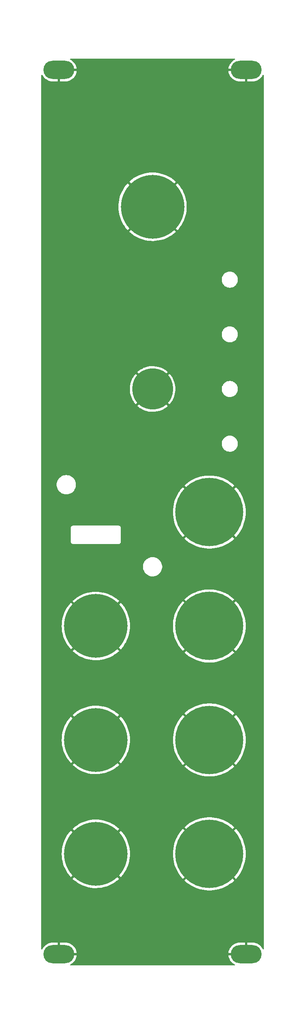
<source format=gtl>
G04 #@! TF.GenerationSoftware,KiCad,Pcbnew,6.0.2-378541a8eb~116~ubuntu20.04.1*
G04 #@! TF.CreationDate,2022-03-12T17:16:05-05:00*
G04 #@! TF.ProjectId,sidekick_panel,73696465-6b69-4636-9b5f-70616e656c2e,rev?*
G04 #@! TF.SameCoordinates,Original*
G04 #@! TF.FileFunction,Copper,L1,Top*
G04 #@! TF.FilePolarity,Positive*
%FSLAX46Y46*%
G04 Gerber Fmt 4.6, Leading zero omitted, Abs format (unit mm)*
G04 Created by KiCad (PCBNEW 6.0.2-378541a8eb~116~ubuntu20.04.1) date 2022-03-12 17:16:05*
%MOMM*%
%LPD*%
G01*
G04 APERTURE LIST*
G04 #@! TA.AperFunction,ComponentPad*
%ADD10O,6.800000X4.000000*%
G04 #@! TD*
G04 #@! TA.AperFunction,ComponentPad*
%ADD11C,14.000000*%
G04 #@! TD*
G04 #@! TA.AperFunction,ComponentPad*
%ADD12C,15.000000*%
G04 #@! TD*
G04 #@! TA.AperFunction,ComponentPad*
%ADD13C,9.000000*%
G04 #@! TD*
G04 APERTURE END LIST*
D10*
G04 #@! TO.P,H17,1*
G04 #@! TO.N,GND*
X61700000Y-10600000D03*
X61700000Y-204600000D03*
G04 #@! TD*
D11*
G04 #@! TO.P,H8,1*
G04 #@! TO.N,GND*
X41100000Y-40600000D03*
G04 #@! TD*
G04 #@! TO.P,H1,1*
G04 #@! TO.N,GND*
X28600000Y-132600000D03*
G04 #@! TD*
D10*
G04 #@! TO.P,H16,1*
G04 #@! TO.N,GND*
X20500000Y-204600000D03*
X20500000Y-10600000D03*
G04 #@! TD*
D11*
G04 #@! TO.P,H2,1*
G04 #@! TO.N,GND*
X28600000Y-157600000D03*
G04 #@! TD*
G04 #@! TO.P,H5,1*
G04 #@! TO.N,GND*
X28600000Y-182600000D03*
G04 #@! TD*
D12*
G04 #@! TO.P,H6,1*
G04 #@! TO.N,GND*
X53600000Y-157600000D03*
G04 #@! TD*
G04 #@! TO.P,H7,1*
G04 #@! TO.N,GND*
X53600000Y-182600000D03*
G04 #@! TD*
G04 #@! TO.P,H3,1*
G04 #@! TO.N,GND*
X53600000Y-107600000D03*
G04 #@! TD*
D13*
G04 #@! TO.P,H12,1*
G04 #@! TO.N,GND*
X41100000Y-80600000D03*
G04 #@! TD*
D12*
G04 #@! TO.P,H4,1*
G04 #@! TO.N,GND*
X53580000Y-132600000D03*
G04 #@! TD*
G04 #@! TA.AperFunction,Conductor*
G04 #@! TO.N,GND*
G36*
X59209823Y-8128002D02*
G01*
X59256316Y-8181658D01*
X59266420Y-8251932D01*
X59236926Y-8316512D01*
X59195350Y-8348008D01*
X59092959Y-8396189D01*
X59086026Y-8400001D01*
X58826271Y-8564847D01*
X58819868Y-8569498D01*
X58582813Y-8765607D01*
X58577046Y-8771023D01*
X58366443Y-8995293D01*
X58361404Y-9001384D01*
X58180570Y-9250281D01*
X58176330Y-9256961D01*
X58028110Y-9526572D01*
X58024753Y-9533707D01*
X57911492Y-9819770D01*
X57909047Y-9827296D01*
X57832538Y-10125279D01*
X57831055Y-10133050D01*
X57806425Y-10328026D01*
X57808728Y-10342306D01*
X57821720Y-10346000D01*
X61828000Y-10346000D01*
X61896121Y-10366002D01*
X61942614Y-10419658D01*
X61954000Y-10472000D01*
X61954000Y-13089885D01*
X61958475Y-13105124D01*
X61959865Y-13106329D01*
X61967548Y-13108000D01*
X63176829Y-13108000D01*
X63180820Y-13107874D01*
X63410994Y-13093393D01*
X63418855Y-13092400D01*
X63721046Y-13034754D01*
X63728723Y-13032783D01*
X64021309Y-12937716D01*
X64028672Y-12934801D01*
X64307041Y-12803811D01*
X64313974Y-12799999D01*
X64573729Y-12635153D01*
X64580132Y-12630502D01*
X64817187Y-12434393D01*
X64822954Y-12428977D01*
X65033557Y-12204707D01*
X65038596Y-12198616D01*
X65219430Y-11949719D01*
X65223670Y-11943039D01*
X65355585Y-11703086D01*
X65405931Y-11653027D01*
X65475348Y-11638134D01*
X65541797Y-11663135D01*
X65584181Y-11720092D01*
X65592000Y-11763787D01*
X65592000Y-203436213D01*
X65571998Y-203504334D01*
X65518342Y-203550827D01*
X65448068Y-203560931D01*
X65383488Y-203531437D01*
X65355585Y-203496914D01*
X65223670Y-203256961D01*
X65219430Y-203250281D01*
X65038596Y-203001384D01*
X65033557Y-202995293D01*
X64822954Y-202771023D01*
X64817187Y-202765607D01*
X64580132Y-202569498D01*
X64573729Y-202564847D01*
X64313974Y-202400001D01*
X64307041Y-202396189D01*
X64028672Y-202265199D01*
X64021309Y-202262284D01*
X63728723Y-202167217D01*
X63721046Y-202165246D01*
X63418855Y-202107600D01*
X63410994Y-202106607D01*
X63180820Y-202092126D01*
X63176829Y-202092000D01*
X61972115Y-202092000D01*
X61956876Y-202096475D01*
X61955671Y-202097865D01*
X61954000Y-202105548D01*
X61954000Y-204728000D01*
X61933998Y-204796121D01*
X61880342Y-204842614D01*
X61828000Y-204854000D01*
X57822269Y-204854000D01*
X57808392Y-204858075D01*
X57806355Y-204871426D01*
X57831055Y-205066950D01*
X57832538Y-205074721D01*
X57909047Y-205372704D01*
X57911492Y-205380230D01*
X58024753Y-205666293D01*
X58028110Y-205673428D01*
X58176330Y-205943039D01*
X58180570Y-205949719D01*
X58361404Y-206198616D01*
X58366443Y-206204707D01*
X58577046Y-206428977D01*
X58582813Y-206434393D01*
X58819868Y-206630502D01*
X58826271Y-206635153D01*
X59086026Y-206799999D01*
X59092959Y-206803811D01*
X59195350Y-206851992D01*
X59248471Y-206899095D01*
X59267694Y-206967439D01*
X59246915Y-207035327D01*
X59192732Y-207081204D01*
X59141702Y-207092000D01*
X23058298Y-207092000D01*
X22990177Y-207071998D01*
X22943684Y-207018342D01*
X22933580Y-206948068D01*
X22963074Y-206883488D01*
X23004650Y-206851992D01*
X23107041Y-206803811D01*
X23113974Y-206799999D01*
X23373729Y-206635153D01*
X23380132Y-206630502D01*
X23617187Y-206434393D01*
X23622954Y-206428977D01*
X23833557Y-206204707D01*
X23838596Y-206198616D01*
X24019430Y-205949719D01*
X24023670Y-205943039D01*
X24171890Y-205673428D01*
X24175247Y-205666293D01*
X24288508Y-205380230D01*
X24290953Y-205372704D01*
X24367462Y-205074721D01*
X24368945Y-205066950D01*
X24393575Y-204871974D01*
X24391272Y-204857694D01*
X24378280Y-204854000D01*
X20372000Y-204854000D01*
X20303879Y-204833998D01*
X20257386Y-204780342D01*
X20246000Y-204728000D01*
X20246000Y-204327885D01*
X20754000Y-204327885D01*
X20758475Y-204343124D01*
X20759865Y-204344329D01*
X20767548Y-204346000D01*
X24377731Y-204346000D01*
X24391608Y-204341925D01*
X24393645Y-204328574D01*
X24393576Y-204328026D01*
X57806425Y-204328026D01*
X57808728Y-204342306D01*
X57821720Y-204346000D01*
X61427885Y-204346000D01*
X61443124Y-204341525D01*
X61444329Y-204340135D01*
X61446000Y-204332452D01*
X61446000Y-202110115D01*
X61441525Y-202094876D01*
X61440135Y-202093671D01*
X61432452Y-202092000D01*
X60223171Y-202092000D01*
X60219180Y-202092126D01*
X59989006Y-202106607D01*
X59981145Y-202107600D01*
X59678954Y-202165246D01*
X59671277Y-202167217D01*
X59378691Y-202262284D01*
X59371328Y-202265199D01*
X59092959Y-202396189D01*
X59086026Y-202400001D01*
X58826271Y-202564847D01*
X58819868Y-202569498D01*
X58582813Y-202765607D01*
X58577046Y-202771023D01*
X58366443Y-202995293D01*
X58361404Y-203001384D01*
X58180570Y-203250281D01*
X58176330Y-203256961D01*
X58028110Y-203526572D01*
X58024753Y-203533707D01*
X57911492Y-203819770D01*
X57909047Y-203827296D01*
X57832538Y-204125279D01*
X57831055Y-204133050D01*
X57806425Y-204328026D01*
X24393576Y-204328026D01*
X24368945Y-204133050D01*
X24367462Y-204125279D01*
X24290953Y-203827296D01*
X24288508Y-203819770D01*
X24175247Y-203533707D01*
X24171890Y-203526572D01*
X24023670Y-203256961D01*
X24019430Y-203250281D01*
X23838596Y-203001384D01*
X23833557Y-202995293D01*
X23622954Y-202771023D01*
X23617187Y-202765607D01*
X23380132Y-202569498D01*
X23373729Y-202564847D01*
X23113974Y-202400001D01*
X23107041Y-202396189D01*
X22828672Y-202265199D01*
X22821309Y-202262284D01*
X22528723Y-202167217D01*
X22521046Y-202165246D01*
X22218855Y-202107600D01*
X22210994Y-202106607D01*
X21980820Y-202092126D01*
X21976829Y-202092000D01*
X20772115Y-202092000D01*
X20756876Y-202096475D01*
X20755671Y-202097865D01*
X20754000Y-202105548D01*
X20754000Y-204327885D01*
X20246000Y-204327885D01*
X20246000Y-202110115D01*
X20241525Y-202094876D01*
X20240135Y-202093671D01*
X20232452Y-202092000D01*
X19023171Y-202092000D01*
X19019180Y-202092126D01*
X18789006Y-202106607D01*
X18781145Y-202107600D01*
X18478954Y-202165246D01*
X18471277Y-202167217D01*
X18178691Y-202262284D01*
X18171328Y-202265199D01*
X17892959Y-202396189D01*
X17886026Y-202400001D01*
X17626271Y-202564847D01*
X17619868Y-202569498D01*
X17382813Y-202765607D01*
X17377046Y-202771023D01*
X17166443Y-202995293D01*
X17161404Y-203001384D01*
X16980570Y-203250281D01*
X16976330Y-203256961D01*
X16844415Y-203496914D01*
X16794069Y-203546973D01*
X16724652Y-203561866D01*
X16658203Y-203536865D01*
X16615819Y-203479908D01*
X16608000Y-203436213D01*
X16608000Y-188087102D01*
X23478438Y-188087102D01*
X23478462Y-188087441D01*
X23484285Y-188096073D01*
X23728991Y-188319913D01*
X23732445Y-188322852D01*
X24150430Y-188653550D01*
X24154067Y-188656222D01*
X24594618Y-188956182D01*
X24598446Y-188958593D01*
X25059337Y-189226300D01*
X25063309Y-189228421D01*
X25542148Y-189462483D01*
X25546284Y-189464325D01*
X26040627Y-189663551D01*
X26044871Y-189665087D01*
X26552218Y-189828467D01*
X26556539Y-189829689D01*
X27074254Y-189956374D01*
X27078695Y-189957294D01*
X27604141Y-190046637D01*
X27608595Y-190047232D01*
X28139106Y-190098782D01*
X28143579Y-190099056D01*
X28676427Y-190112543D01*
X28680930Y-190112496D01*
X29213352Y-190087853D01*
X29217836Y-190087485D01*
X29747152Y-190024836D01*
X29751591Y-190024149D01*
X30275087Y-189923814D01*
X30279446Y-189922815D01*
X30794414Y-189785311D01*
X30798727Y-189783992D01*
X31302525Y-189610028D01*
X31306740Y-189608402D01*
X31796805Y-189398866D01*
X31800892Y-189396943D01*
X32274731Y-189152900D01*
X32278658Y-189150696D01*
X32733828Y-188873404D01*
X32737624Y-188870901D01*
X33171786Y-188561788D01*
X33175372Y-188559036D01*
X33318337Y-188440975D01*
X48124565Y-188440975D01*
X48124654Y-188442223D01*
X48129513Y-188449641D01*
X48236753Y-188553202D01*
X48240014Y-188556139D01*
X48665081Y-188912812D01*
X48668572Y-188915540D01*
X49117466Y-189241680D01*
X49121127Y-189244149D01*
X49591696Y-189538195D01*
X49595506Y-189540394D01*
X50085424Y-189800888D01*
X50089400Y-189802828D01*
X50596327Y-190028526D01*
X50600379Y-190030163D01*
X51121810Y-190219948D01*
X51126004Y-190221311D01*
X51659385Y-190374255D01*
X51663664Y-190375322D01*
X52206444Y-190490693D01*
X52210741Y-190491451D01*
X52760259Y-190568681D01*
X52764614Y-190569139D01*
X53318164Y-190607847D01*
X53322549Y-190608000D01*
X53877451Y-190608000D01*
X53881836Y-190607847D01*
X54435386Y-190569139D01*
X54439741Y-190568681D01*
X54989259Y-190491451D01*
X54993556Y-190490693D01*
X55536336Y-190375322D01*
X55540615Y-190374255D01*
X56073996Y-190221311D01*
X56078190Y-190219948D01*
X56599621Y-190030163D01*
X56603673Y-190028526D01*
X57110600Y-189802828D01*
X57114576Y-189800888D01*
X57604494Y-189540394D01*
X57608304Y-189538195D01*
X58078873Y-189244149D01*
X58082534Y-189241680D01*
X58531428Y-188915540D01*
X58534919Y-188912812D01*
X58959986Y-188556139D01*
X58963247Y-188553202D01*
X59067600Y-188452429D01*
X59075455Y-188438621D01*
X59075388Y-188437369D01*
X59070660Y-188429870D01*
X53612812Y-182972022D01*
X53598868Y-182964408D01*
X53597035Y-182964539D01*
X53590420Y-182968790D01*
X48132179Y-188427031D01*
X48124565Y-188440975D01*
X33318337Y-188440975D01*
X33586362Y-188219640D01*
X33589705Y-188216672D01*
X33713630Y-188098453D01*
X33721568Y-188084695D01*
X33721518Y-188083649D01*
X33716625Y-188075835D01*
X28612812Y-182972022D01*
X28598868Y-182964408D01*
X28597035Y-182964539D01*
X28590420Y-182968790D01*
X23486052Y-188073158D01*
X23478438Y-188087102D01*
X16608000Y-188087102D01*
X16608000Y-182650201D01*
X21087236Y-182650201D01*
X21087267Y-182654699D01*
X21110052Y-183187215D01*
X21110404Y-183191696D01*
X21171206Y-183721240D01*
X21171874Y-183725659D01*
X21270381Y-184249497D01*
X21271370Y-184253884D01*
X21407070Y-184769308D01*
X21408381Y-184773648D01*
X21580581Y-185278039D01*
X21582188Y-185282249D01*
X21790028Y-185773079D01*
X21791917Y-185777129D01*
X22034314Y-186251836D01*
X22036507Y-186255776D01*
X22312217Y-186711925D01*
X22314678Y-186715685D01*
X22622290Y-187150947D01*
X22625036Y-187154552D01*
X22962987Y-187566712D01*
X22965944Y-187570066D01*
X23101751Y-187713428D01*
X23115482Y-187721415D01*
X23116410Y-187721374D01*
X23124399Y-187716391D01*
X28227978Y-182612812D01*
X28234356Y-182601132D01*
X28964408Y-182601132D01*
X28964539Y-182602965D01*
X28968790Y-182609580D01*
X34073389Y-187714179D01*
X34087333Y-187721793D01*
X34087556Y-187721778D01*
X34096338Y-187715831D01*
X34336905Y-187450987D01*
X34339793Y-187447570D01*
X34669044Y-187028414D01*
X34671701Y-187024771D01*
X34970130Y-186583164D01*
X34972526Y-186579329D01*
X35238617Y-186117514D01*
X35240726Y-186113531D01*
X35473116Y-185633878D01*
X35474941Y-185629741D01*
X35672446Y-185134690D01*
X35673961Y-185130460D01*
X35835567Y-184622549D01*
X35836781Y-184618202D01*
X35961661Y-184100034D01*
X35962555Y-184095638D01*
X36050064Y-183569885D01*
X36050649Y-183565380D01*
X36100363Y-183034517D01*
X36100613Y-183030439D01*
X36112949Y-182602205D01*
X45587196Y-182602205D01*
X45606561Y-183156736D01*
X45606869Y-183161145D01*
X45664870Y-183712991D01*
X45665482Y-183717342D01*
X45761838Y-184263807D01*
X45762754Y-184268114D01*
X45896988Y-184806498D01*
X45898208Y-184810755D01*
X46069671Y-185338463D01*
X46071184Y-185342620D01*
X46279041Y-185857084D01*
X46280835Y-185861113D01*
X46524076Y-186359832D01*
X46526154Y-186363739D01*
X46803589Y-186844269D01*
X46805924Y-186848007D01*
X47116208Y-187308022D01*
X47118807Y-187311599D01*
X47460413Y-187748835D01*
X47463253Y-187752221D01*
X47747404Y-188067801D01*
X47760927Y-188076132D01*
X47761004Y-188076131D01*
X47770288Y-188070502D01*
X53227978Y-182612812D01*
X53234356Y-182601132D01*
X53964408Y-182601132D01*
X53964539Y-182602965D01*
X53968790Y-182609580D01*
X59427662Y-188068452D01*
X59441606Y-188076066D01*
X59441681Y-188076061D01*
X59450657Y-188069955D01*
X59736747Y-187752221D01*
X59739587Y-187748835D01*
X60081193Y-187311599D01*
X60083792Y-187308022D01*
X60394076Y-186848007D01*
X60396411Y-186844269D01*
X60673846Y-186363739D01*
X60675924Y-186359832D01*
X60919165Y-185861113D01*
X60920959Y-185857084D01*
X61128816Y-185342620D01*
X61130329Y-185338463D01*
X61301792Y-184810755D01*
X61303012Y-184806498D01*
X61437246Y-184268114D01*
X61438162Y-184263807D01*
X61534518Y-183717342D01*
X61535130Y-183712991D01*
X61593131Y-183161145D01*
X61593439Y-183156736D01*
X61612804Y-182602205D01*
X61612804Y-182597795D01*
X61593439Y-182043264D01*
X61593131Y-182038855D01*
X61535130Y-181487009D01*
X61534518Y-181482658D01*
X61438162Y-180936193D01*
X61437246Y-180931886D01*
X61303012Y-180393502D01*
X61301792Y-180389245D01*
X61130329Y-179861537D01*
X61128816Y-179857380D01*
X60920959Y-179342916D01*
X60919165Y-179338887D01*
X60675924Y-178840168D01*
X60673846Y-178836261D01*
X60396411Y-178355731D01*
X60394076Y-178351993D01*
X60083792Y-177891978D01*
X60081193Y-177888401D01*
X59739587Y-177451165D01*
X59736747Y-177447779D01*
X59452596Y-177132199D01*
X59439073Y-177123868D01*
X59438996Y-177123869D01*
X59429712Y-177129498D01*
X53972022Y-182587188D01*
X53964408Y-182601132D01*
X53234356Y-182601132D01*
X53235592Y-182598868D01*
X53235461Y-182597035D01*
X53231210Y-182590420D01*
X47772338Y-177131548D01*
X47758394Y-177123934D01*
X47758319Y-177123939D01*
X47749343Y-177130045D01*
X47463253Y-177447779D01*
X47460413Y-177451165D01*
X47118807Y-177888401D01*
X47116208Y-177891978D01*
X46805924Y-178351993D01*
X46803589Y-178355731D01*
X46526154Y-178836261D01*
X46524076Y-178840168D01*
X46280835Y-179338887D01*
X46279041Y-179342916D01*
X46071184Y-179857380D01*
X46069671Y-179861537D01*
X45898208Y-180389245D01*
X45896988Y-180393502D01*
X45762754Y-180931886D01*
X45761838Y-180936193D01*
X45665482Y-181482658D01*
X45664870Y-181487009D01*
X45606869Y-182038855D01*
X45606561Y-182043264D01*
X45587196Y-182597795D01*
X45587196Y-182602205D01*
X36112949Y-182602205D01*
X36112954Y-182602024D01*
X36112939Y-182597967D01*
X36093866Y-182065096D01*
X36093544Y-182060601D01*
X36036442Y-181530662D01*
X36035800Y-181526211D01*
X35940955Y-181001710D01*
X35939999Y-180997327D01*
X35807892Y-180480933D01*
X35806630Y-180476645D01*
X35637938Y-179971015D01*
X35636370Y-179966818D01*
X35431966Y-179474558D01*
X35430088Y-179470456D01*
X35191023Y-178994094D01*
X35188855Y-178990133D01*
X34916347Y-178532090D01*
X34913891Y-178528279D01*
X34609331Y-178090890D01*
X34606624Y-178087284D01*
X34271552Y-177672765D01*
X34268609Y-177669380D01*
X34098034Y-177486780D01*
X34084361Y-177478698D01*
X34083667Y-177478724D01*
X34075320Y-177483890D01*
X28972022Y-182587188D01*
X28964408Y-182601132D01*
X28234356Y-182601132D01*
X28235592Y-182598868D01*
X28235461Y-182597035D01*
X28231210Y-182590420D01*
X23127007Y-177486217D01*
X23113063Y-177478603D01*
X23112606Y-177478635D01*
X23104130Y-177484332D01*
X22897104Y-177709077D01*
X22894190Y-177712477D01*
X22562015Y-178129331D01*
X22559344Y-178132941D01*
X22257831Y-178572465D01*
X22255409Y-178576283D01*
X21986107Y-179036216D01*
X21983964Y-179040196D01*
X21748233Y-179518211D01*
X21746376Y-179522343D01*
X21545427Y-180015984D01*
X21543874Y-180020230D01*
X21378729Y-180526984D01*
X21377484Y-180531326D01*
X21248991Y-181048608D01*
X21248067Y-181052991D01*
X21156885Y-181578152D01*
X21156274Y-181582609D01*
X21102873Y-182112930D01*
X21102583Y-182117413D01*
X21087236Y-182650201D01*
X16608000Y-182650201D01*
X16608000Y-177115591D01*
X23478674Y-177115591D01*
X23478707Y-177116404D01*
X23483783Y-177124573D01*
X28587188Y-182227978D01*
X28601132Y-182235592D01*
X28602965Y-182235461D01*
X28609580Y-182231210D01*
X33713682Y-177127108D01*
X33721296Y-177113164D01*
X33721255Y-177112590D01*
X33715684Y-177104268D01*
X33510818Y-176914228D01*
X33507387Y-176911267D01*
X33320631Y-176761379D01*
X48124545Y-176761379D01*
X48124612Y-176762631D01*
X48129340Y-176770130D01*
X53587188Y-182227978D01*
X53601132Y-182235592D01*
X53602965Y-182235461D01*
X53609580Y-182231210D01*
X59067821Y-176772969D01*
X59075435Y-176759025D01*
X59075346Y-176757777D01*
X59070487Y-176750359D01*
X58963247Y-176646798D01*
X58959986Y-176643861D01*
X58534919Y-176287188D01*
X58531428Y-176284460D01*
X58082534Y-175958320D01*
X58078873Y-175955851D01*
X57608304Y-175661805D01*
X57604494Y-175659606D01*
X57114576Y-175399112D01*
X57110600Y-175397172D01*
X56603673Y-175171474D01*
X56599621Y-175169837D01*
X56078190Y-174980052D01*
X56073996Y-174978689D01*
X55540615Y-174825745D01*
X55536336Y-174824678D01*
X54993556Y-174709307D01*
X54989259Y-174708549D01*
X54439741Y-174631319D01*
X54435386Y-174630861D01*
X53881836Y-174592153D01*
X53877451Y-174592000D01*
X53322549Y-174592000D01*
X53318164Y-174592153D01*
X52764614Y-174630861D01*
X52760259Y-174631319D01*
X52210741Y-174708549D01*
X52206444Y-174709307D01*
X51663664Y-174824678D01*
X51659385Y-174825745D01*
X51126004Y-174978689D01*
X51121810Y-174980052D01*
X50600379Y-175169837D01*
X50596327Y-175171474D01*
X50089400Y-175397172D01*
X50085424Y-175399112D01*
X49595507Y-175659606D01*
X49591697Y-175661805D01*
X49121127Y-175955851D01*
X49117466Y-175958320D01*
X48668572Y-176284460D01*
X48665081Y-176287188D01*
X48240014Y-176643861D01*
X48236753Y-176646798D01*
X48132400Y-176747571D01*
X48124545Y-176761379D01*
X33320631Y-176761379D01*
X33091729Y-176577666D01*
X33088115Y-176574972D01*
X32649654Y-176271933D01*
X32645835Y-176269490D01*
X32186846Y-175998585D01*
X32182877Y-175996430D01*
X31705679Y-175759028D01*
X31701575Y-175757166D01*
X31208610Y-175554483D01*
X31204395Y-175552924D01*
X30698199Y-175386006D01*
X30693883Y-175384752D01*
X30177042Y-175254451D01*
X30172665Y-175253513D01*
X29647822Y-175160496D01*
X29643365Y-175159870D01*
X29113241Y-175104620D01*
X29108747Y-175104313D01*
X28576027Y-175087107D01*
X28571530Y-175087122D01*
X28038927Y-175108048D01*
X28034451Y-175108384D01*
X27504713Y-175167336D01*
X27500261Y-175167994D01*
X26976106Y-175264667D01*
X26971701Y-175265643D01*
X26455801Y-175399545D01*
X26451490Y-175400830D01*
X25946471Y-175571278D01*
X25942259Y-175572870D01*
X25450723Y-175778988D01*
X25446647Y-175780871D01*
X24971109Y-176021605D01*
X24967158Y-176023786D01*
X24510063Y-176297893D01*
X24506267Y-176300358D01*
X24069930Y-176606452D01*
X24066347Y-176609162D01*
X23653007Y-176945674D01*
X23649617Y-176948642D01*
X23486708Y-177101891D01*
X23478674Y-177115591D01*
X16608000Y-177115591D01*
X16608000Y-163087102D01*
X23478438Y-163087102D01*
X23478462Y-163087441D01*
X23484285Y-163096073D01*
X23728991Y-163319913D01*
X23732445Y-163322852D01*
X24150430Y-163653550D01*
X24154067Y-163656222D01*
X24594618Y-163956182D01*
X24598446Y-163958593D01*
X25059337Y-164226300D01*
X25063309Y-164228421D01*
X25542148Y-164462483D01*
X25546284Y-164464325D01*
X26040627Y-164663551D01*
X26044871Y-164665087D01*
X26552218Y-164828467D01*
X26556539Y-164829689D01*
X27074254Y-164956374D01*
X27078695Y-164957294D01*
X27604141Y-165046637D01*
X27608595Y-165047232D01*
X28139106Y-165098782D01*
X28143579Y-165099056D01*
X28676427Y-165112543D01*
X28680930Y-165112496D01*
X29213352Y-165087853D01*
X29217836Y-165087485D01*
X29747152Y-165024836D01*
X29751591Y-165024149D01*
X30275087Y-164923814D01*
X30279446Y-164922815D01*
X30794414Y-164785311D01*
X30798727Y-164783992D01*
X31302525Y-164610028D01*
X31306740Y-164608402D01*
X31796805Y-164398866D01*
X31800892Y-164396943D01*
X32274731Y-164152900D01*
X32278658Y-164150696D01*
X32733828Y-163873404D01*
X32737624Y-163870901D01*
X33171786Y-163561788D01*
X33175372Y-163559036D01*
X33318337Y-163440975D01*
X48124565Y-163440975D01*
X48124654Y-163442223D01*
X48129513Y-163449641D01*
X48236753Y-163553202D01*
X48240014Y-163556139D01*
X48665081Y-163912812D01*
X48668572Y-163915540D01*
X49117466Y-164241680D01*
X49121127Y-164244149D01*
X49591696Y-164538195D01*
X49595506Y-164540394D01*
X50085424Y-164800888D01*
X50089400Y-164802828D01*
X50596327Y-165028526D01*
X50600379Y-165030163D01*
X51121810Y-165219948D01*
X51126004Y-165221311D01*
X51659385Y-165374255D01*
X51663664Y-165375322D01*
X52206444Y-165490693D01*
X52210741Y-165491451D01*
X52760259Y-165568681D01*
X52764614Y-165569139D01*
X53318164Y-165607847D01*
X53322549Y-165608000D01*
X53877451Y-165608000D01*
X53881836Y-165607847D01*
X54435386Y-165569139D01*
X54439741Y-165568681D01*
X54989259Y-165491451D01*
X54993556Y-165490693D01*
X55536336Y-165375322D01*
X55540615Y-165374255D01*
X56073996Y-165221311D01*
X56078190Y-165219948D01*
X56599621Y-165030163D01*
X56603673Y-165028526D01*
X57110600Y-164802828D01*
X57114576Y-164800888D01*
X57604494Y-164540394D01*
X57608304Y-164538195D01*
X58078873Y-164244149D01*
X58082534Y-164241680D01*
X58531428Y-163915540D01*
X58534919Y-163912812D01*
X58959986Y-163556139D01*
X58963247Y-163553202D01*
X59067600Y-163452429D01*
X59075455Y-163438621D01*
X59075388Y-163437369D01*
X59070660Y-163429870D01*
X53612812Y-157972022D01*
X53598868Y-157964408D01*
X53597035Y-157964539D01*
X53590420Y-157968790D01*
X48132179Y-163427031D01*
X48124565Y-163440975D01*
X33318337Y-163440975D01*
X33586362Y-163219640D01*
X33589705Y-163216672D01*
X33713630Y-163098453D01*
X33721568Y-163084695D01*
X33721518Y-163083649D01*
X33716625Y-163075835D01*
X28612812Y-157972022D01*
X28598868Y-157964408D01*
X28597035Y-157964539D01*
X28590420Y-157968790D01*
X23486052Y-163073158D01*
X23478438Y-163087102D01*
X16608000Y-163087102D01*
X16608000Y-157650201D01*
X21087236Y-157650201D01*
X21087267Y-157654699D01*
X21110052Y-158187215D01*
X21110404Y-158191696D01*
X21171206Y-158721240D01*
X21171874Y-158725659D01*
X21270381Y-159249497D01*
X21271370Y-159253884D01*
X21407070Y-159769308D01*
X21408381Y-159773648D01*
X21580581Y-160278039D01*
X21582188Y-160282249D01*
X21790028Y-160773079D01*
X21791917Y-160777129D01*
X22034314Y-161251836D01*
X22036507Y-161255776D01*
X22312217Y-161711925D01*
X22314678Y-161715685D01*
X22622290Y-162150947D01*
X22625036Y-162154552D01*
X22962987Y-162566712D01*
X22965944Y-162570066D01*
X23101751Y-162713428D01*
X23115482Y-162721415D01*
X23116410Y-162721374D01*
X23124399Y-162716391D01*
X28227978Y-157612812D01*
X28234356Y-157601132D01*
X28964408Y-157601132D01*
X28964539Y-157602965D01*
X28968790Y-157609580D01*
X34073389Y-162714179D01*
X34087333Y-162721793D01*
X34087556Y-162721778D01*
X34096338Y-162715831D01*
X34336905Y-162450987D01*
X34339793Y-162447570D01*
X34669044Y-162028414D01*
X34671701Y-162024771D01*
X34970130Y-161583164D01*
X34972526Y-161579329D01*
X35238617Y-161117514D01*
X35240726Y-161113531D01*
X35473116Y-160633878D01*
X35474941Y-160629741D01*
X35672446Y-160134690D01*
X35673961Y-160130460D01*
X35835567Y-159622549D01*
X35836781Y-159618202D01*
X35961661Y-159100034D01*
X35962555Y-159095638D01*
X36050064Y-158569885D01*
X36050649Y-158565380D01*
X36100363Y-158034517D01*
X36100613Y-158030439D01*
X36112949Y-157602205D01*
X45587196Y-157602205D01*
X45606561Y-158156736D01*
X45606869Y-158161145D01*
X45664870Y-158712991D01*
X45665482Y-158717342D01*
X45761838Y-159263807D01*
X45762754Y-159268114D01*
X45896988Y-159806498D01*
X45898208Y-159810755D01*
X46069671Y-160338463D01*
X46071184Y-160342620D01*
X46279041Y-160857084D01*
X46280835Y-160861113D01*
X46524076Y-161359832D01*
X46526154Y-161363739D01*
X46803589Y-161844269D01*
X46805924Y-161848007D01*
X47116208Y-162308022D01*
X47118807Y-162311599D01*
X47460413Y-162748835D01*
X47463253Y-162752221D01*
X47747404Y-163067801D01*
X47760927Y-163076132D01*
X47761004Y-163076131D01*
X47770288Y-163070502D01*
X53227978Y-157612812D01*
X53234356Y-157601132D01*
X53964408Y-157601132D01*
X53964539Y-157602965D01*
X53968790Y-157609580D01*
X59427662Y-163068452D01*
X59441606Y-163076066D01*
X59441681Y-163076061D01*
X59450657Y-163069955D01*
X59736747Y-162752221D01*
X59739587Y-162748835D01*
X60081193Y-162311599D01*
X60083792Y-162308022D01*
X60394076Y-161848007D01*
X60396411Y-161844269D01*
X60673846Y-161363739D01*
X60675924Y-161359832D01*
X60919165Y-160861113D01*
X60920959Y-160857084D01*
X61128816Y-160342620D01*
X61130329Y-160338463D01*
X61301792Y-159810755D01*
X61303012Y-159806498D01*
X61437246Y-159268114D01*
X61438162Y-159263807D01*
X61534518Y-158717342D01*
X61535130Y-158712991D01*
X61593131Y-158161145D01*
X61593439Y-158156736D01*
X61612804Y-157602205D01*
X61612804Y-157597795D01*
X61593439Y-157043264D01*
X61593131Y-157038855D01*
X61535130Y-156487009D01*
X61534518Y-156482658D01*
X61438162Y-155936193D01*
X61437246Y-155931886D01*
X61303012Y-155393502D01*
X61301792Y-155389245D01*
X61130329Y-154861537D01*
X61128816Y-154857380D01*
X60920959Y-154342916D01*
X60919165Y-154338887D01*
X60675924Y-153840168D01*
X60673846Y-153836261D01*
X60396411Y-153355731D01*
X60394076Y-153351993D01*
X60083792Y-152891978D01*
X60081193Y-152888401D01*
X59739587Y-152451165D01*
X59736747Y-152447779D01*
X59452596Y-152132199D01*
X59439073Y-152123868D01*
X59438996Y-152123869D01*
X59429712Y-152129498D01*
X53972022Y-157587188D01*
X53964408Y-157601132D01*
X53234356Y-157601132D01*
X53235592Y-157598868D01*
X53235461Y-157597035D01*
X53231210Y-157590420D01*
X47772338Y-152131548D01*
X47758394Y-152123934D01*
X47758319Y-152123939D01*
X47749343Y-152130045D01*
X47463253Y-152447779D01*
X47460413Y-152451165D01*
X47118807Y-152888401D01*
X47116208Y-152891978D01*
X46805924Y-153351993D01*
X46803589Y-153355731D01*
X46526154Y-153836261D01*
X46524076Y-153840168D01*
X46280835Y-154338887D01*
X46279041Y-154342916D01*
X46071184Y-154857380D01*
X46069671Y-154861537D01*
X45898208Y-155389245D01*
X45896988Y-155393502D01*
X45762754Y-155931886D01*
X45761838Y-155936193D01*
X45665482Y-156482658D01*
X45664870Y-156487009D01*
X45606869Y-157038855D01*
X45606561Y-157043264D01*
X45587196Y-157597795D01*
X45587196Y-157602205D01*
X36112949Y-157602205D01*
X36112954Y-157602024D01*
X36112939Y-157597967D01*
X36093866Y-157065096D01*
X36093544Y-157060601D01*
X36036442Y-156530662D01*
X36035800Y-156526211D01*
X35940955Y-156001710D01*
X35939999Y-155997327D01*
X35807892Y-155480933D01*
X35806630Y-155476645D01*
X35637938Y-154971015D01*
X35636370Y-154966818D01*
X35431966Y-154474558D01*
X35430088Y-154470456D01*
X35191023Y-153994094D01*
X35188855Y-153990133D01*
X34916347Y-153532090D01*
X34913891Y-153528279D01*
X34609331Y-153090890D01*
X34606624Y-153087284D01*
X34271552Y-152672765D01*
X34268609Y-152669380D01*
X34098034Y-152486780D01*
X34084361Y-152478698D01*
X34083667Y-152478724D01*
X34075320Y-152483890D01*
X28972022Y-157587188D01*
X28964408Y-157601132D01*
X28234356Y-157601132D01*
X28235592Y-157598868D01*
X28235461Y-157597035D01*
X28231210Y-157590420D01*
X23127007Y-152486217D01*
X23113063Y-152478603D01*
X23112606Y-152478635D01*
X23104130Y-152484332D01*
X22897104Y-152709077D01*
X22894190Y-152712477D01*
X22562015Y-153129331D01*
X22559344Y-153132941D01*
X22257831Y-153572465D01*
X22255409Y-153576283D01*
X21986107Y-154036216D01*
X21983964Y-154040196D01*
X21748233Y-154518211D01*
X21746376Y-154522343D01*
X21545427Y-155015984D01*
X21543874Y-155020230D01*
X21378729Y-155526984D01*
X21377484Y-155531326D01*
X21248991Y-156048608D01*
X21248067Y-156052991D01*
X21156885Y-156578152D01*
X21156274Y-156582609D01*
X21102873Y-157112930D01*
X21102583Y-157117413D01*
X21087236Y-157650201D01*
X16608000Y-157650201D01*
X16608000Y-152115591D01*
X23478674Y-152115591D01*
X23478707Y-152116404D01*
X23483783Y-152124573D01*
X28587188Y-157227978D01*
X28601132Y-157235592D01*
X28602965Y-157235461D01*
X28609580Y-157231210D01*
X33713682Y-152127108D01*
X33721296Y-152113164D01*
X33721255Y-152112590D01*
X33715684Y-152104268D01*
X33510818Y-151914228D01*
X33507387Y-151911267D01*
X33320631Y-151761379D01*
X48124545Y-151761379D01*
X48124612Y-151762631D01*
X48129340Y-151770130D01*
X53587188Y-157227978D01*
X53601132Y-157235592D01*
X53602965Y-157235461D01*
X53609580Y-157231210D01*
X59067821Y-151772969D01*
X59075435Y-151759025D01*
X59075346Y-151757777D01*
X59070487Y-151750359D01*
X58963247Y-151646798D01*
X58959986Y-151643861D01*
X58534919Y-151287188D01*
X58531428Y-151284460D01*
X58082534Y-150958320D01*
X58078873Y-150955851D01*
X57608304Y-150661805D01*
X57604494Y-150659606D01*
X57114576Y-150399112D01*
X57110600Y-150397172D01*
X56603673Y-150171474D01*
X56599621Y-150169837D01*
X56078190Y-149980052D01*
X56073996Y-149978689D01*
X55540615Y-149825745D01*
X55536336Y-149824678D01*
X54993556Y-149709307D01*
X54989259Y-149708549D01*
X54439741Y-149631319D01*
X54435386Y-149630861D01*
X53881836Y-149592153D01*
X53877451Y-149592000D01*
X53322549Y-149592000D01*
X53318164Y-149592153D01*
X52764614Y-149630861D01*
X52760259Y-149631319D01*
X52210741Y-149708549D01*
X52206444Y-149709307D01*
X51663664Y-149824678D01*
X51659385Y-149825745D01*
X51126004Y-149978689D01*
X51121810Y-149980052D01*
X50600379Y-150169837D01*
X50596327Y-150171474D01*
X50089400Y-150397172D01*
X50085424Y-150399112D01*
X49595507Y-150659606D01*
X49591697Y-150661805D01*
X49121127Y-150955851D01*
X49117466Y-150958320D01*
X48668572Y-151284460D01*
X48665081Y-151287188D01*
X48240014Y-151643861D01*
X48236753Y-151646798D01*
X48132400Y-151747571D01*
X48124545Y-151761379D01*
X33320631Y-151761379D01*
X33091729Y-151577666D01*
X33088115Y-151574972D01*
X32649654Y-151271933D01*
X32645835Y-151269490D01*
X32186846Y-150998585D01*
X32182877Y-150996430D01*
X31705679Y-150759028D01*
X31701575Y-150757166D01*
X31208610Y-150554483D01*
X31204395Y-150552924D01*
X30698199Y-150386006D01*
X30693883Y-150384752D01*
X30177042Y-150254451D01*
X30172665Y-150253513D01*
X29647822Y-150160496D01*
X29643365Y-150159870D01*
X29113241Y-150104620D01*
X29108747Y-150104313D01*
X28576027Y-150087107D01*
X28571530Y-150087122D01*
X28038927Y-150108048D01*
X28034451Y-150108384D01*
X27504713Y-150167336D01*
X27500261Y-150167994D01*
X26976106Y-150264667D01*
X26971701Y-150265643D01*
X26455801Y-150399545D01*
X26451490Y-150400830D01*
X25946471Y-150571278D01*
X25942259Y-150572870D01*
X25450723Y-150778988D01*
X25446647Y-150780871D01*
X24971109Y-151021605D01*
X24967158Y-151023786D01*
X24510063Y-151297893D01*
X24506267Y-151300358D01*
X24069930Y-151606452D01*
X24066347Y-151609162D01*
X23653007Y-151945674D01*
X23649617Y-151948642D01*
X23486708Y-152101891D01*
X23478674Y-152115591D01*
X16608000Y-152115591D01*
X16608000Y-138087102D01*
X23478438Y-138087102D01*
X23478462Y-138087441D01*
X23484285Y-138096073D01*
X23728991Y-138319913D01*
X23732445Y-138322852D01*
X24150430Y-138653550D01*
X24154067Y-138656222D01*
X24594618Y-138956182D01*
X24598446Y-138958593D01*
X25059337Y-139226300D01*
X25063309Y-139228421D01*
X25542148Y-139462483D01*
X25546284Y-139464325D01*
X26040627Y-139663551D01*
X26044871Y-139665087D01*
X26552218Y-139828467D01*
X26556539Y-139829689D01*
X27074254Y-139956374D01*
X27078695Y-139957294D01*
X27604141Y-140046637D01*
X27608595Y-140047232D01*
X28139106Y-140098782D01*
X28143579Y-140099056D01*
X28676427Y-140112543D01*
X28680930Y-140112496D01*
X29213352Y-140087853D01*
X29217836Y-140087485D01*
X29747152Y-140024836D01*
X29751591Y-140024149D01*
X30275087Y-139923814D01*
X30279446Y-139922815D01*
X30794414Y-139785311D01*
X30798727Y-139783992D01*
X31302525Y-139610028D01*
X31306740Y-139608402D01*
X31796805Y-139398866D01*
X31800892Y-139396943D01*
X32274731Y-139152900D01*
X32278658Y-139150696D01*
X32733828Y-138873404D01*
X32737624Y-138870901D01*
X33171786Y-138561788D01*
X33175372Y-138559036D01*
X33318337Y-138440975D01*
X48104565Y-138440975D01*
X48104654Y-138442223D01*
X48109513Y-138449641D01*
X48216753Y-138553202D01*
X48220014Y-138556139D01*
X48645081Y-138912812D01*
X48648572Y-138915540D01*
X49097466Y-139241680D01*
X49101127Y-139244149D01*
X49571696Y-139538195D01*
X49575506Y-139540394D01*
X50065424Y-139800888D01*
X50069400Y-139802828D01*
X50576327Y-140028526D01*
X50580379Y-140030163D01*
X51101810Y-140219948D01*
X51106004Y-140221311D01*
X51639385Y-140374255D01*
X51643664Y-140375322D01*
X52186444Y-140490693D01*
X52190741Y-140491451D01*
X52740259Y-140568681D01*
X52744614Y-140569139D01*
X53298164Y-140607847D01*
X53302549Y-140608000D01*
X53857451Y-140608000D01*
X53861836Y-140607847D01*
X54415386Y-140569139D01*
X54419741Y-140568681D01*
X54969259Y-140491451D01*
X54973556Y-140490693D01*
X55516336Y-140375322D01*
X55520615Y-140374255D01*
X56053996Y-140221311D01*
X56058190Y-140219948D01*
X56579621Y-140030163D01*
X56583673Y-140028526D01*
X57090600Y-139802828D01*
X57094576Y-139800888D01*
X57584494Y-139540394D01*
X57588304Y-139538195D01*
X58058873Y-139244149D01*
X58062534Y-139241680D01*
X58511428Y-138915540D01*
X58514919Y-138912812D01*
X58939986Y-138556139D01*
X58943247Y-138553202D01*
X59047600Y-138452429D01*
X59055455Y-138438621D01*
X59055388Y-138437369D01*
X59050660Y-138429870D01*
X53592812Y-132972022D01*
X53578868Y-132964408D01*
X53577035Y-132964539D01*
X53570420Y-132968790D01*
X48112179Y-138427031D01*
X48104565Y-138440975D01*
X33318337Y-138440975D01*
X33586362Y-138219640D01*
X33589705Y-138216672D01*
X33713630Y-138098453D01*
X33721568Y-138084695D01*
X33721518Y-138083649D01*
X33716625Y-138075835D01*
X28612812Y-132972022D01*
X28598868Y-132964408D01*
X28597035Y-132964539D01*
X28590420Y-132968790D01*
X23486052Y-138073158D01*
X23478438Y-138087102D01*
X16608000Y-138087102D01*
X16608000Y-132650201D01*
X21087236Y-132650201D01*
X21087267Y-132654699D01*
X21110052Y-133187215D01*
X21110404Y-133191696D01*
X21171206Y-133721240D01*
X21171874Y-133725659D01*
X21270381Y-134249497D01*
X21271370Y-134253884D01*
X21407070Y-134769308D01*
X21408381Y-134773648D01*
X21580581Y-135278039D01*
X21582188Y-135282249D01*
X21790028Y-135773079D01*
X21791917Y-135777129D01*
X22034314Y-136251836D01*
X22036507Y-136255776D01*
X22312217Y-136711925D01*
X22314678Y-136715685D01*
X22622290Y-137150947D01*
X22625036Y-137154552D01*
X22962987Y-137566712D01*
X22965944Y-137570066D01*
X23101751Y-137713428D01*
X23115482Y-137721415D01*
X23116410Y-137721374D01*
X23124399Y-137716391D01*
X28227978Y-132612812D01*
X28234356Y-132601132D01*
X28964408Y-132601132D01*
X28964539Y-132602965D01*
X28968790Y-132609580D01*
X34073389Y-137714179D01*
X34087333Y-137721793D01*
X34087556Y-137721778D01*
X34096338Y-137715831D01*
X34336905Y-137450987D01*
X34339793Y-137447570D01*
X34669044Y-137028414D01*
X34671701Y-137024771D01*
X34970130Y-136583164D01*
X34972526Y-136579329D01*
X35238617Y-136117514D01*
X35240726Y-136113531D01*
X35473116Y-135633878D01*
X35474941Y-135629741D01*
X35672446Y-135134690D01*
X35673961Y-135130460D01*
X35835567Y-134622549D01*
X35836781Y-134618202D01*
X35961661Y-134100034D01*
X35962555Y-134095638D01*
X36050064Y-133569885D01*
X36050649Y-133565380D01*
X36100363Y-133034517D01*
X36100613Y-133030439D01*
X36112949Y-132602205D01*
X45567196Y-132602205D01*
X45586561Y-133156736D01*
X45586869Y-133161145D01*
X45644870Y-133712991D01*
X45645482Y-133717342D01*
X45741838Y-134263807D01*
X45742754Y-134268114D01*
X45876988Y-134806498D01*
X45878208Y-134810755D01*
X46049671Y-135338463D01*
X46051184Y-135342620D01*
X46259041Y-135857084D01*
X46260835Y-135861113D01*
X46504076Y-136359832D01*
X46506154Y-136363739D01*
X46783589Y-136844269D01*
X46785924Y-136848007D01*
X47096208Y-137308022D01*
X47098807Y-137311599D01*
X47440413Y-137748835D01*
X47443253Y-137752221D01*
X47727404Y-138067801D01*
X47740927Y-138076132D01*
X47741004Y-138076131D01*
X47750288Y-138070502D01*
X53207978Y-132612812D01*
X53214356Y-132601132D01*
X53944408Y-132601132D01*
X53944539Y-132602965D01*
X53948790Y-132609580D01*
X59407662Y-138068452D01*
X59421606Y-138076066D01*
X59421681Y-138076061D01*
X59430657Y-138069955D01*
X59716747Y-137752221D01*
X59719587Y-137748835D01*
X60061193Y-137311599D01*
X60063792Y-137308022D01*
X60374076Y-136848007D01*
X60376411Y-136844269D01*
X60653846Y-136363739D01*
X60655924Y-136359832D01*
X60899165Y-135861113D01*
X60900959Y-135857084D01*
X61108816Y-135342620D01*
X61110329Y-135338463D01*
X61281792Y-134810755D01*
X61283012Y-134806498D01*
X61417246Y-134268114D01*
X61418162Y-134263807D01*
X61514518Y-133717342D01*
X61515130Y-133712991D01*
X61573131Y-133161145D01*
X61573439Y-133156736D01*
X61592804Y-132602205D01*
X61592804Y-132597795D01*
X61573439Y-132043264D01*
X61573131Y-132038855D01*
X61515130Y-131487009D01*
X61514518Y-131482658D01*
X61418162Y-130936193D01*
X61417246Y-130931886D01*
X61283012Y-130393502D01*
X61281792Y-130389245D01*
X61110329Y-129861537D01*
X61108816Y-129857380D01*
X60900959Y-129342916D01*
X60899165Y-129338887D01*
X60655924Y-128840168D01*
X60653846Y-128836261D01*
X60376411Y-128355731D01*
X60374076Y-128351993D01*
X60063792Y-127891978D01*
X60061193Y-127888401D01*
X59719587Y-127451165D01*
X59716747Y-127447779D01*
X59432596Y-127132199D01*
X59419073Y-127123868D01*
X59418996Y-127123869D01*
X59409712Y-127129498D01*
X53952022Y-132587188D01*
X53944408Y-132601132D01*
X53214356Y-132601132D01*
X53215592Y-132598868D01*
X53215461Y-132597035D01*
X53211210Y-132590420D01*
X47752338Y-127131548D01*
X47738394Y-127123934D01*
X47738319Y-127123939D01*
X47729343Y-127130045D01*
X47443253Y-127447779D01*
X47440413Y-127451165D01*
X47098807Y-127888401D01*
X47096208Y-127891978D01*
X46785924Y-128351993D01*
X46783589Y-128355731D01*
X46506154Y-128836261D01*
X46504076Y-128840168D01*
X46260835Y-129338887D01*
X46259041Y-129342916D01*
X46051184Y-129857380D01*
X46049671Y-129861537D01*
X45878208Y-130389245D01*
X45876988Y-130393502D01*
X45742754Y-130931886D01*
X45741838Y-130936193D01*
X45645482Y-131482658D01*
X45644870Y-131487009D01*
X45586869Y-132038855D01*
X45586561Y-132043264D01*
X45567196Y-132597795D01*
X45567196Y-132602205D01*
X36112949Y-132602205D01*
X36112954Y-132602024D01*
X36112939Y-132597967D01*
X36093866Y-132065096D01*
X36093544Y-132060601D01*
X36036442Y-131530662D01*
X36035800Y-131526211D01*
X35940955Y-131001710D01*
X35939999Y-130997327D01*
X35807892Y-130480933D01*
X35806630Y-130476645D01*
X35637938Y-129971015D01*
X35636370Y-129966818D01*
X35431966Y-129474558D01*
X35430088Y-129470456D01*
X35191023Y-128994094D01*
X35188855Y-128990133D01*
X34916347Y-128532090D01*
X34913891Y-128528279D01*
X34609331Y-128090890D01*
X34606624Y-128087284D01*
X34271552Y-127672765D01*
X34268609Y-127669380D01*
X34098034Y-127486780D01*
X34084361Y-127478698D01*
X34083667Y-127478724D01*
X34075320Y-127483890D01*
X28972022Y-132587188D01*
X28964408Y-132601132D01*
X28234356Y-132601132D01*
X28235592Y-132598868D01*
X28235461Y-132597035D01*
X28231210Y-132590420D01*
X23127007Y-127486217D01*
X23113063Y-127478603D01*
X23112606Y-127478635D01*
X23104130Y-127484332D01*
X22897104Y-127709077D01*
X22894190Y-127712477D01*
X22562015Y-128129331D01*
X22559344Y-128132941D01*
X22257831Y-128572465D01*
X22255409Y-128576283D01*
X21986107Y-129036216D01*
X21983964Y-129040196D01*
X21748233Y-129518211D01*
X21746376Y-129522343D01*
X21545427Y-130015984D01*
X21543874Y-130020230D01*
X21378729Y-130526984D01*
X21377484Y-130531326D01*
X21248991Y-131048608D01*
X21248067Y-131052991D01*
X21156885Y-131578152D01*
X21156274Y-131582609D01*
X21102873Y-132112930D01*
X21102583Y-132117413D01*
X21087236Y-132650201D01*
X16608000Y-132650201D01*
X16608000Y-127115591D01*
X23478674Y-127115591D01*
X23478707Y-127116404D01*
X23483783Y-127124573D01*
X28587188Y-132227978D01*
X28601132Y-132235592D01*
X28602965Y-132235461D01*
X28609580Y-132231210D01*
X33713682Y-127127108D01*
X33721296Y-127113164D01*
X33721255Y-127112590D01*
X33715684Y-127104268D01*
X33510818Y-126914228D01*
X33507387Y-126911267D01*
X33320631Y-126761379D01*
X48104545Y-126761379D01*
X48104612Y-126762631D01*
X48109340Y-126770130D01*
X53567188Y-132227978D01*
X53581132Y-132235592D01*
X53582965Y-132235461D01*
X53589580Y-132231210D01*
X59047821Y-126772969D01*
X59055435Y-126759025D01*
X59055346Y-126757777D01*
X59050487Y-126750359D01*
X58943247Y-126646798D01*
X58939986Y-126643861D01*
X58514919Y-126287188D01*
X58511428Y-126284460D01*
X58062534Y-125958320D01*
X58058873Y-125955851D01*
X57588304Y-125661805D01*
X57584494Y-125659606D01*
X57094576Y-125399112D01*
X57090600Y-125397172D01*
X56583673Y-125171474D01*
X56579621Y-125169837D01*
X56058190Y-124980052D01*
X56053996Y-124978689D01*
X55520615Y-124825745D01*
X55516336Y-124824678D01*
X54973556Y-124709307D01*
X54969259Y-124708549D01*
X54419741Y-124631319D01*
X54415386Y-124630861D01*
X53861836Y-124592153D01*
X53857451Y-124592000D01*
X53302549Y-124592000D01*
X53298164Y-124592153D01*
X52744614Y-124630861D01*
X52740259Y-124631319D01*
X52190741Y-124708549D01*
X52186444Y-124709307D01*
X51643664Y-124824678D01*
X51639385Y-124825745D01*
X51106004Y-124978689D01*
X51101810Y-124980052D01*
X50580379Y-125169837D01*
X50576327Y-125171474D01*
X50069400Y-125397172D01*
X50065424Y-125399112D01*
X49575507Y-125659606D01*
X49571697Y-125661805D01*
X49101127Y-125955851D01*
X49097466Y-125958320D01*
X48648572Y-126284460D01*
X48645081Y-126287188D01*
X48220014Y-126643861D01*
X48216753Y-126646798D01*
X48112400Y-126747571D01*
X48104545Y-126761379D01*
X33320631Y-126761379D01*
X33091729Y-126577666D01*
X33088115Y-126574972D01*
X32649654Y-126271933D01*
X32645835Y-126269490D01*
X32186846Y-125998585D01*
X32182877Y-125996430D01*
X31705679Y-125759028D01*
X31701575Y-125757166D01*
X31208610Y-125554483D01*
X31204395Y-125552924D01*
X30698199Y-125386006D01*
X30693883Y-125384752D01*
X30177042Y-125254451D01*
X30172665Y-125253513D01*
X29647822Y-125160496D01*
X29643365Y-125159870D01*
X29113241Y-125104620D01*
X29108747Y-125104313D01*
X28576027Y-125087107D01*
X28571530Y-125087122D01*
X28038927Y-125108048D01*
X28034451Y-125108384D01*
X27504713Y-125167336D01*
X27500261Y-125167994D01*
X26976106Y-125264667D01*
X26971701Y-125265643D01*
X26455801Y-125399545D01*
X26451490Y-125400830D01*
X25946471Y-125571278D01*
X25942259Y-125572870D01*
X25450723Y-125778988D01*
X25446647Y-125780871D01*
X24971109Y-126021605D01*
X24967158Y-126023786D01*
X24510063Y-126297893D01*
X24506267Y-126300358D01*
X24069930Y-126606452D01*
X24066347Y-126609162D01*
X23653007Y-126945674D01*
X23649617Y-126948642D01*
X23486708Y-127101891D01*
X23478674Y-127115591D01*
X16608000Y-127115591D01*
X16608000Y-119732703D01*
X38990743Y-119732703D01*
X39028268Y-120017734D01*
X39104129Y-120295036D01*
X39216923Y-120559476D01*
X39364561Y-120806161D01*
X39544313Y-121030528D01*
X39752851Y-121228423D01*
X39986317Y-121396186D01*
X39990112Y-121398195D01*
X39990113Y-121398196D01*
X40011869Y-121409715D01*
X40240392Y-121530712D01*
X40510373Y-121629511D01*
X40791264Y-121690755D01*
X40819841Y-121693004D01*
X41014282Y-121708307D01*
X41014291Y-121708307D01*
X41016739Y-121708500D01*
X41172271Y-121708500D01*
X41174407Y-121708354D01*
X41174418Y-121708354D01*
X41382548Y-121694165D01*
X41382554Y-121694164D01*
X41386825Y-121693873D01*
X41391020Y-121693004D01*
X41391022Y-121693004D01*
X41527583Y-121664724D01*
X41668342Y-121635574D01*
X41939343Y-121539607D01*
X42194812Y-121407750D01*
X42198313Y-121405289D01*
X42198317Y-121405287D01*
X42312418Y-121325095D01*
X42430023Y-121242441D01*
X42640622Y-121046740D01*
X42822713Y-120824268D01*
X42972927Y-120579142D01*
X43088483Y-120315898D01*
X43167244Y-120039406D01*
X43207751Y-119754784D01*
X43207845Y-119736951D01*
X43209235Y-119471583D01*
X43209235Y-119471576D01*
X43209257Y-119467297D01*
X43171732Y-119182266D01*
X43095871Y-118904964D01*
X42983077Y-118640524D01*
X42835439Y-118393839D01*
X42655687Y-118169472D01*
X42447149Y-117971577D01*
X42213683Y-117803814D01*
X42191843Y-117792250D01*
X42168654Y-117779972D01*
X41959608Y-117669288D01*
X41689627Y-117570489D01*
X41408736Y-117509245D01*
X41377685Y-117506801D01*
X41185718Y-117491693D01*
X41185709Y-117491693D01*
X41183261Y-117491500D01*
X41027729Y-117491500D01*
X41025593Y-117491646D01*
X41025582Y-117491646D01*
X40817452Y-117505835D01*
X40817446Y-117505836D01*
X40813175Y-117506127D01*
X40808980Y-117506996D01*
X40808978Y-117506996D01*
X40672416Y-117535277D01*
X40531658Y-117564426D01*
X40260657Y-117660393D01*
X40005188Y-117792250D01*
X40001687Y-117794711D01*
X40001683Y-117794713D01*
X39991594Y-117801804D01*
X39769977Y-117957559D01*
X39559378Y-118153260D01*
X39377287Y-118375732D01*
X39227073Y-118620858D01*
X39111517Y-118884102D01*
X39032756Y-119160594D01*
X38992249Y-119445216D01*
X38992227Y-119449505D01*
X38992226Y-119449512D01*
X38990765Y-119728417D01*
X38990743Y-119732703D01*
X16608000Y-119732703D01*
X16608000Y-114169652D01*
X23091524Y-114169652D01*
X23093990Y-114178281D01*
X23093991Y-114178286D01*
X23099639Y-114198048D01*
X23103217Y-114214809D01*
X23106130Y-114235152D01*
X23106133Y-114235162D01*
X23107405Y-114244045D01*
X23118021Y-114267395D01*
X23124464Y-114284907D01*
X23131512Y-114309565D01*
X23147274Y-114334548D01*
X23155404Y-114349614D01*
X23167633Y-114376510D01*
X23184374Y-114395939D01*
X23195479Y-114410947D01*
X23209160Y-114432631D01*
X23215888Y-114438573D01*
X23231296Y-114452181D01*
X23243340Y-114464373D01*
X23262619Y-114486747D01*
X23270147Y-114491626D01*
X23270150Y-114491629D01*
X23284139Y-114500696D01*
X23299013Y-114511986D01*
X23318228Y-114528956D01*
X23326354Y-114532771D01*
X23326355Y-114532772D01*
X23332021Y-114535432D01*
X23344966Y-114541510D01*
X23359935Y-114549824D01*
X23384727Y-114565893D01*
X23401650Y-114570954D01*
X23409290Y-114573239D01*
X23426736Y-114579901D01*
X23449948Y-114590799D01*
X23479130Y-114595343D01*
X23495849Y-114599126D01*
X23515536Y-114605014D01*
X23515539Y-114605015D01*
X23524141Y-114607587D01*
X23533116Y-114607642D01*
X23533117Y-114607642D01*
X23539810Y-114607683D01*
X23558556Y-114607797D01*
X23559328Y-114607830D01*
X23560423Y-114608000D01*
X23591298Y-114608000D01*
X23592068Y-114608002D01*
X23665716Y-114608452D01*
X23665717Y-114608452D01*
X23669652Y-114608476D01*
X23670996Y-114608092D01*
X23672341Y-114608000D01*
X33591298Y-114608000D01*
X33592069Y-114608002D01*
X33669652Y-114608476D01*
X33678281Y-114606010D01*
X33678286Y-114606009D01*
X33698048Y-114600361D01*
X33714809Y-114596783D01*
X33735152Y-114593870D01*
X33735162Y-114593867D01*
X33744045Y-114592595D01*
X33767395Y-114581979D01*
X33784907Y-114575536D01*
X33800937Y-114570954D01*
X33809565Y-114568488D01*
X33834548Y-114552726D01*
X33849614Y-114544596D01*
X33876510Y-114532367D01*
X33895939Y-114515626D01*
X33910947Y-114504521D01*
X33925039Y-114495630D01*
X33932631Y-114490840D01*
X33952182Y-114468703D01*
X33964374Y-114456659D01*
X33979949Y-114443239D01*
X33979950Y-114443237D01*
X33986747Y-114437381D01*
X33991626Y-114429853D01*
X33991629Y-114429850D01*
X34000696Y-114415861D01*
X34011986Y-114400987D01*
X34023012Y-114388502D01*
X34028956Y-114381772D01*
X34041510Y-114355034D01*
X34049824Y-114340065D01*
X34065893Y-114315273D01*
X34073239Y-114290709D01*
X34079901Y-114273264D01*
X34086983Y-114258179D01*
X34090799Y-114250052D01*
X34095343Y-114220870D01*
X34099126Y-114204151D01*
X34105014Y-114184464D01*
X34105015Y-114184461D01*
X34107587Y-114175859D01*
X34107797Y-114141444D01*
X34107830Y-114140672D01*
X34108000Y-114139577D01*
X34108000Y-114108702D01*
X34108002Y-114107932D01*
X34108452Y-114034284D01*
X34108452Y-114034283D01*
X34108476Y-114030348D01*
X34108092Y-114029004D01*
X34108000Y-114027659D01*
X34108000Y-113440975D01*
X48124565Y-113440975D01*
X48124654Y-113442223D01*
X48129513Y-113449641D01*
X48236753Y-113553202D01*
X48240014Y-113556139D01*
X48665081Y-113912812D01*
X48668572Y-113915540D01*
X49117466Y-114241680D01*
X49121127Y-114244149D01*
X49591696Y-114538195D01*
X49595506Y-114540394D01*
X50085424Y-114800888D01*
X50089400Y-114802828D01*
X50596327Y-115028526D01*
X50600379Y-115030163D01*
X51121810Y-115219948D01*
X51126004Y-115221311D01*
X51659385Y-115374255D01*
X51663664Y-115375322D01*
X52206444Y-115490693D01*
X52210741Y-115491451D01*
X52760259Y-115568681D01*
X52764614Y-115569139D01*
X53318164Y-115607847D01*
X53322549Y-115608000D01*
X53877451Y-115608000D01*
X53881836Y-115607847D01*
X54435386Y-115569139D01*
X54439741Y-115568681D01*
X54989259Y-115491451D01*
X54993556Y-115490693D01*
X55536336Y-115375322D01*
X55540615Y-115374255D01*
X56073996Y-115221311D01*
X56078190Y-115219948D01*
X56599621Y-115030163D01*
X56603673Y-115028526D01*
X57110600Y-114802828D01*
X57114576Y-114800888D01*
X57604494Y-114540394D01*
X57608304Y-114538195D01*
X58078873Y-114244149D01*
X58082534Y-114241680D01*
X58531428Y-113915540D01*
X58534919Y-113912812D01*
X58959986Y-113556139D01*
X58963247Y-113553202D01*
X59067600Y-113452429D01*
X59075455Y-113438621D01*
X59075388Y-113437369D01*
X59070660Y-113429870D01*
X53612812Y-107972022D01*
X53598868Y-107964408D01*
X53597035Y-107964539D01*
X53590420Y-107968790D01*
X48132179Y-113427031D01*
X48124565Y-113440975D01*
X34108000Y-113440975D01*
X34108000Y-111108702D01*
X34108002Y-111107932D01*
X34108421Y-111039322D01*
X34108476Y-111030348D01*
X34106010Y-111021719D01*
X34106009Y-111021714D01*
X34100361Y-111001952D01*
X34096783Y-110985191D01*
X34093870Y-110964848D01*
X34093867Y-110964838D01*
X34092595Y-110955955D01*
X34081979Y-110932605D01*
X34075536Y-110915093D01*
X34070954Y-110899063D01*
X34068488Y-110890435D01*
X34052726Y-110865452D01*
X34044596Y-110850386D01*
X34032367Y-110823490D01*
X34015626Y-110804061D01*
X34004521Y-110789053D01*
X33995630Y-110774961D01*
X33990840Y-110767369D01*
X33968703Y-110747818D01*
X33956659Y-110735626D01*
X33943239Y-110720051D01*
X33943237Y-110720050D01*
X33937381Y-110713253D01*
X33929853Y-110708374D01*
X33929850Y-110708371D01*
X33915861Y-110699304D01*
X33900987Y-110688014D01*
X33888502Y-110676988D01*
X33881772Y-110671044D01*
X33873646Y-110667229D01*
X33873645Y-110667228D01*
X33867979Y-110664568D01*
X33855034Y-110658490D01*
X33840065Y-110650176D01*
X33815273Y-110634107D01*
X33790709Y-110626761D01*
X33773264Y-110620099D01*
X33768827Y-110618016D01*
X33750052Y-110609201D01*
X33720870Y-110604657D01*
X33704151Y-110600874D01*
X33684464Y-110594986D01*
X33684461Y-110594985D01*
X33675859Y-110592413D01*
X33666884Y-110592358D01*
X33666883Y-110592358D01*
X33660190Y-110592317D01*
X33641444Y-110592203D01*
X33640672Y-110592170D01*
X33639577Y-110592000D01*
X33608702Y-110592000D01*
X33607932Y-110591998D01*
X33534284Y-110591548D01*
X33534283Y-110591548D01*
X33530348Y-110591524D01*
X33529004Y-110591908D01*
X33527659Y-110592000D01*
X23608702Y-110592000D01*
X23607932Y-110591998D01*
X23607078Y-110591993D01*
X23530348Y-110591524D01*
X23521719Y-110593990D01*
X23521714Y-110593991D01*
X23501952Y-110599639D01*
X23485191Y-110603217D01*
X23464848Y-110606130D01*
X23464838Y-110606133D01*
X23455955Y-110607405D01*
X23432605Y-110618021D01*
X23415093Y-110624464D01*
X23407057Y-110626761D01*
X23390435Y-110631512D01*
X23365452Y-110647274D01*
X23350386Y-110655404D01*
X23323490Y-110667633D01*
X23304061Y-110684374D01*
X23289053Y-110695479D01*
X23267369Y-110709160D01*
X23261427Y-110715888D01*
X23247819Y-110731296D01*
X23235627Y-110743340D01*
X23213253Y-110762619D01*
X23208374Y-110770147D01*
X23208371Y-110770150D01*
X23199304Y-110784139D01*
X23188014Y-110799013D01*
X23171044Y-110818228D01*
X23158490Y-110844966D01*
X23150176Y-110859935D01*
X23134107Y-110884727D01*
X23131535Y-110893327D01*
X23126761Y-110909290D01*
X23120099Y-110926736D01*
X23109201Y-110949948D01*
X23104658Y-110979128D01*
X23100874Y-110995849D01*
X23094986Y-111015536D01*
X23094985Y-111015539D01*
X23092413Y-111024141D01*
X23092358Y-111033116D01*
X23092358Y-111033117D01*
X23092203Y-111058546D01*
X23092170Y-111059328D01*
X23092000Y-111060423D01*
X23092000Y-111091298D01*
X23091998Y-111092068D01*
X23091524Y-111169652D01*
X23091908Y-111170996D01*
X23092000Y-111172341D01*
X23092000Y-114091298D01*
X23091998Y-114092068D01*
X23091524Y-114169652D01*
X16608000Y-114169652D01*
X16608000Y-107602205D01*
X45587196Y-107602205D01*
X45606561Y-108156736D01*
X45606869Y-108161145D01*
X45664870Y-108712991D01*
X45665482Y-108717342D01*
X45761838Y-109263807D01*
X45762754Y-109268114D01*
X45896988Y-109806498D01*
X45898208Y-109810755D01*
X46069671Y-110338463D01*
X46071184Y-110342620D01*
X46279041Y-110857084D01*
X46280835Y-110861113D01*
X46524076Y-111359832D01*
X46526154Y-111363739D01*
X46803589Y-111844269D01*
X46805924Y-111848007D01*
X47116208Y-112308022D01*
X47118807Y-112311599D01*
X47460413Y-112748835D01*
X47463253Y-112752221D01*
X47747404Y-113067801D01*
X47760927Y-113076132D01*
X47761004Y-113076131D01*
X47770288Y-113070502D01*
X53227978Y-107612812D01*
X53234356Y-107601132D01*
X53964408Y-107601132D01*
X53964539Y-107602965D01*
X53968790Y-107609580D01*
X59427662Y-113068452D01*
X59441606Y-113076066D01*
X59441681Y-113076061D01*
X59450657Y-113069955D01*
X59736747Y-112752221D01*
X59739587Y-112748835D01*
X60081193Y-112311599D01*
X60083792Y-112308022D01*
X60394076Y-111848007D01*
X60396411Y-111844269D01*
X60673846Y-111363739D01*
X60675924Y-111359832D01*
X60919165Y-110861113D01*
X60920959Y-110857084D01*
X61128816Y-110342620D01*
X61130329Y-110338463D01*
X61301792Y-109810755D01*
X61303012Y-109806498D01*
X61437246Y-109268114D01*
X61438162Y-109263807D01*
X61534518Y-108717342D01*
X61535130Y-108712991D01*
X61593131Y-108161145D01*
X61593439Y-108156736D01*
X61612804Y-107602205D01*
X61612804Y-107597795D01*
X61593439Y-107043264D01*
X61593131Y-107038855D01*
X61535130Y-106487009D01*
X61534518Y-106482658D01*
X61438162Y-105936193D01*
X61437246Y-105931886D01*
X61303012Y-105393502D01*
X61301792Y-105389245D01*
X61130329Y-104861537D01*
X61128816Y-104857380D01*
X60920959Y-104342916D01*
X60919165Y-104338887D01*
X60675924Y-103840168D01*
X60673846Y-103836261D01*
X60396411Y-103355731D01*
X60394076Y-103351993D01*
X60083792Y-102891978D01*
X60081193Y-102888401D01*
X59739587Y-102451165D01*
X59736747Y-102447779D01*
X59452596Y-102132199D01*
X59439073Y-102123868D01*
X59438996Y-102123869D01*
X59429712Y-102129498D01*
X53972022Y-107587188D01*
X53964408Y-107601132D01*
X53234356Y-107601132D01*
X53235592Y-107598868D01*
X53235461Y-107597035D01*
X53231210Y-107590420D01*
X47772338Y-102131548D01*
X47758394Y-102123934D01*
X47758319Y-102123939D01*
X47749343Y-102130045D01*
X47463253Y-102447779D01*
X47460413Y-102451165D01*
X47118807Y-102888401D01*
X47116208Y-102891978D01*
X46805924Y-103351993D01*
X46803589Y-103355731D01*
X46526154Y-103836261D01*
X46524076Y-103840168D01*
X46280835Y-104338887D01*
X46279041Y-104342916D01*
X46071184Y-104857380D01*
X46069671Y-104861537D01*
X45898208Y-105389245D01*
X45896988Y-105393502D01*
X45762754Y-105931886D01*
X45761838Y-105936193D01*
X45665482Y-106482658D01*
X45664870Y-106487009D01*
X45606869Y-107038855D01*
X45606561Y-107043264D01*
X45587196Y-107597795D01*
X45587196Y-107602205D01*
X16608000Y-107602205D01*
X16608000Y-101732703D01*
X19990743Y-101732703D01*
X20028268Y-102017734D01*
X20104129Y-102295036D01*
X20216923Y-102559476D01*
X20364561Y-102806161D01*
X20544313Y-103030528D01*
X20752851Y-103228423D01*
X20986317Y-103396186D01*
X20990112Y-103398195D01*
X20990113Y-103398196D01*
X21011869Y-103409715D01*
X21240392Y-103530712D01*
X21510373Y-103629511D01*
X21791264Y-103690755D01*
X21819841Y-103693004D01*
X22014282Y-103708307D01*
X22014291Y-103708307D01*
X22016739Y-103708500D01*
X22172271Y-103708500D01*
X22174407Y-103708354D01*
X22174418Y-103708354D01*
X22382548Y-103694165D01*
X22382554Y-103694164D01*
X22386825Y-103693873D01*
X22391020Y-103693004D01*
X22391022Y-103693004D01*
X22527583Y-103664724D01*
X22668342Y-103635574D01*
X22939343Y-103539607D01*
X23194812Y-103407750D01*
X23198313Y-103405289D01*
X23198317Y-103405287D01*
X23312418Y-103325095D01*
X23430023Y-103242441D01*
X23640622Y-103046740D01*
X23822713Y-102824268D01*
X23972927Y-102579142D01*
X24088483Y-102315898D01*
X24167244Y-102039406D01*
X24206634Y-101762631D01*
X24206812Y-101761379D01*
X48124545Y-101761379D01*
X48124612Y-101762631D01*
X48129340Y-101770130D01*
X53587188Y-107227978D01*
X53601132Y-107235592D01*
X53602965Y-107235461D01*
X53609580Y-107231210D01*
X59067821Y-101772969D01*
X59075435Y-101759025D01*
X59075346Y-101757777D01*
X59070487Y-101750359D01*
X58963247Y-101646798D01*
X58959986Y-101643861D01*
X58534919Y-101287188D01*
X58531428Y-101284460D01*
X58082534Y-100958320D01*
X58078873Y-100955851D01*
X57608304Y-100661805D01*
X57604494Y-100659606D01*
X57114576Y-100399112D01*
X57110600Y-100397172D01*
X56603673Y-100171474D01*
X56599621Y-100169837D01*
X56078190Y-99980052D01*
X56073996Y-99978689D01*
X55540615Y-99825745D01*
X55536336Y-99824678D01*
X54993556Y-99709307D01*
X54989259Y-99708549D01*
X54439741Y-99631319D01*
X54435386Y-99630861D01*
X53881836Y-99592153D01*
X53877451Y-99592000D01*
X53322549Y-99592000D01*
X53318164Y-99592153D01*
X52764614Y-99630861D01*
X52760259Y-99631319D01*
X52210741Y-99708549D01*
X52206444Y-99709307D01*
X51663664Y-99824678D01*
X51659385Y-99825745D01*
X51126004Y-99978689D01*
X51121810Y-99980052D01*
X50600379Y-100169837D01*
X50596327Y-100171474D01*
X50089400Y-100397172D01*
X50085424Y-100399112D01*
X49595507Y-100659606D01*
X49591697Y-100661805D01*
X49121127Y-100955851D01*
X49117466Y-100958320D01*
X48668572Y-101284460D01*
X48665081Y-101287188D01*
X48240014Y-101643861D01*
X48236753Y-101646798D01*
X48132400Y-101747571D01*
X48124545Y-101761379D01*
X24206812Y-101761379D01*
X24207146Y-101759036D01*
X24207147Y-101759025D01*
X24207751Y-101754784D01*
X24207775Y-101750359D01*
X24209235Y-101471583D01*
X24209235Y-101471576D01*
X24209257Y-101467297D01*
X24171732Y-101182266D01*
X24095871Y-100904964D01*
X23992154Y-100661805D01*
X23984763Y-100644476D01*
X23984761Y-100644472D01*
X23983077Y-100640524D01*
X23835439Y-100393839D01*
X23655687Y-100169472D01*
X23456080Y-99980052D01*
X23450258Y-99974527D01*
X23450255Y-99974525D01*
X23447149Y-99971577D01*
X23213683Y-99803814D01*
X23191843Y-99792250D01*
X23168654Y-99779972D01*
X22959608Y-99669288D01*
X22689627Y-99570489D01*
X22408736Y-99509245D01*
X22377685Y-99506801D01*
X22185718Y-99491693D01*
X22185709Y-99491693D01*
X22183261Y-99491500D01*
X22027729Y-99491500D01*
X22025593Y-99491646D01*
X22025582Y-99491646D01*
X21817452Y-99505835D01*
X21817446Y-99505836D01*
X21813175Y-99506127D01*
X21808980Y-99506996D01*
X21808978Y-99506996D01*
X21672417Y-99535276D01*
X21531658Y-99564426D01*
X21260657Y-99660393D01*
X21005188Y-99792250D01*
X21001687Y-99794711D01*
X21001683Y-99794713D01*
X20957529Y-99825745D01*
X20769977Y-99957559D01*
X20559378Y-100153260D01*
X20377287Y-100375732D01*
X20227073Y-100620858D01*
X20225347Y-100624791D01*
X20225346Y-100624792D01*
X20113243Y-100880170D01*
X20111517Y-100884102D01*
X20032756Y-101160594D01*
X19992249Y-101445216D01*
X19992227Y-101449505D01*
X19992226Y-101449512D01*
X19991208Y-101643861D01*
X19990743Y-101732703D01*
X16608000Y-101732703D01*
X16608000Y-92707655D01*
X56339858Y-92707655D01*
X56375104Y-92966638D01*
X56376412Y-92971124D01*
X56376412Y-92971126D01*
X56396098Y-93038664D01*
X56448243Y-93217567D01*
X56557668Y-93454928D01*
X56560231Y-93458837D01*
X56698410Y-93669596D01*
X56698414Y-93669601D01*
X56700976Y-93673509D01*
X56875018Y-93868506D01*
X57075970Y-94035637D01*
X57079973Y-94038066D01*
X57295422Y-94168804D01*
X57295426Y-94168806D01*
X57299419Y-94171229D01*
X57540455Y-94272303D01*
X57793783Y-94336641D01*
X57798434Y-94337109D01*
X57798438Y-94337110D01*
X57991308Y-94356531D01*
X58010867Y-94358500D01*
X58166354Y-94358500D01*
X58168679Y-94358327D01*
X58168685Y-94358327D01*
X58356000Y-94344407D01*
X58356004Y-94344406D01*
X58360652Y-94344061D01*
X58365200Y-94343032D01*
X58365206Y-94343031D01*
X58551601Y-94300853D01*
X58615577Y-94286377D01*
X58651769Y-94272303D01*
X58854824Y-94193340D01*
X58854827Y-94193339D01*
X58859177Y-94191647D01*
X59086098Y-94061951D01*
X59291357Y-93900138D01*
X59470443Y-93709763D01*
X59619424Y-93495009D01*
X59735025Y-93260593D01*
X59814707Y-93011665D01*
X59856721Y-92753693D01*
X59860142Y-92492345D01*
X59824896Y-92233362D01*
X59810473Y-92183877D01*
X59753068Y-91986932D01*
X59751757Y-91982433D01*
X59642332Y-91745072D01*
X59609519Y-91695024D01*
X59501590Y-91530404D01*
X59501586Y-91530399D01*
X59499024Y-91526491D01*
X59324982Y-91331494D01*
X59124030Y-91164363D01*
X59076844Y-91135730D01*
X58904578Y-91031196D01*
X58904574Y-91031194D01*
X58900581Y-91028771D01*
X58659545Y-90927697D01*
X58406217Y-90863359D01*
X58401566Y-90862891D01*
X58401562Y-90862890D01*
X58192271Y-90841816D01*
X58189133Y-90841500D01*
X58033646Y-90841500D01*
X58031321Y-90841673D01*
X58031315Y-90841673D01*
X57844000Y-90855593D01*
X57843996Y-90855594D01*
X57839348Y-90855939D01*
X57834800Y-90856968D01*
X57834794Y-90856969D01*
X57648399Y-90899147D01*
X57584423Y-90913623D01*
X57580071Y-90915315D01*
X57580069Y-90915316D01*
X57345176Y-91006660D01*
X57345173Y-91006661D01*
X57340823Y-91008353D01*
X57113902Y-91138049D01*
X56908643Y-91299862D01*
X56729557Y-91490237D01*
X56580576Y-91704991D01*
X56464975Y-91939407D01*
X56385293Y-92188335D01*
X56343279Y-92446307D01*
X56339858Y-92707655D01*
X16608000Y-92707655D01*
X16608000Y-84317924D01*
X37747616Y-84317924D01*
X37747665Y-84318616D01*
X37753111Y-84326781D01*
X37842226Y-84410027D01*
X37846503Y-84413681D01*
X38193829Y-84684553D01*
X38198386Y-84687792D01*
X38568432Y-84926727D01*
X38573261Y-84929549D01*
X38963048Y-85134626D01*
X38968150Y-85137027D01*
X39374633Y-85306647D01*
X39379888Y-85308570D01*
X39799860Y-85441389D01*
X39805259Y-85442836D01*
X40235375Y-85537796D01*
X40240886Y-85538758D01*
X40677749Y-85595110D01*
X40683312Y-85595577D01*
X41123453Y-85612869D01*
X41129045Y-85612840D01*
X41568965Y-85590940D01*
X41574548Y-85590412D01*
X42010788Y-85529490D01*
X42016275Y-85528473D01*
X42445381Y-85429012D01*
X42450767Y-85427508D01*
X42869333Y-85290296D01*
X42874550Y-85288324D01*
X43279260Y-85114447D01*
X43284303Y-85112009D01*
X43671943Y-84902850D01*
X43676747Y-84899975D01*
X44044239Y-84657198D01*
X44048802Y-84653883D01*
X44393266Y-84379393D01*
X44397481Y-84375716D01*
X44445286Y-84330112D01*
X44453226Y-84316352D01*
X44453176Y-84315307D01*
X44448285Y-84307495D01*
X41112812Y-80972022D01*
X41098868Y-80964408D01*
X41097035Y-80964539D01*
X41090420Y-80968790D01*
X37755230Y-84303980D01*
X37747616Y-84317924D01*
X16608000Y-84317924D01*
X16608000Y-80471585D01*
X36088722Y-80471585D01*
X36096793Y-80911981D01*
X36097143Y-80917547D01*
X36144333Y-81355491D01*
X36145180Y-81361030D01*
X36231112Y-81793042D01*
X36232441Y-81798453D01*
X36356444Y-82221138D01*
X36358250Y-82226413D01*
X36519326Y-82636377D01*
X36521608Y-82641501D01*
X36718485Y-83035516D01*
X36721209Y-83040409D01*
X36952333Y-83415363D01*
X36955484Y-83419999D01*
X37219031Y-83772931D01*
X37222564Y-83777248D01*
X37371583Y-83943625D01*
X37385079Y-83951989D01*
X37394491Y-83946299D01*
X40727978Y-80612812D01*
X40734356Y-80601132D01*
X41464408Y-80601132D01*
X41464539Y-80602965D01*
X41468790Y-80609580D01*
X44803870Y-83944660D01*
X44817631Y-83952174D01*
X44826992Y-83945716D01*
X45010483Y-83736482D01*
X45013988Y-83732109D01*
X45273825Y-83376435D01*
X45276920Y-83371777D01*
X45504101Y-82994431D01*
X45506782Y-82989492D01*
X45699515Y-82593455D01*
X45701750Y-82588289D01*
X45858519Y-82176675D01*
X45860275Y-82171363D01*
X45979838Y-81747427D01*
X45981114Y-81741991D01*
X46062520Y-81309092D01*
X46063307Y-81303555D01*
X46105963Y-80864580D01*
X46106236Y-80860143D01*
X46110229Y-80707655D01*
X56339858Y-80707655D01*
X56375104Y-80966638D01*
X56376412Y-80971124D01*
X56376412Y-80971126D01*
X56396098Y-81038664D01*
X56448243Y-81217567D01*
X56557668Y-81454928D01*
X56560231Y-81458837D01*
X56698410Y-81669596D01*
X56698414Y-81669601D01*
X56700976Y-81673509D01*
X56875018Y-81868506D01*
X57075970Y-82035637D01*
X57079973Y-82038066D01*
X57295422Y-82168804D01*
X57295426Y-82168806D01*
X57299419Y-82171229D01*
X57540455Y-82272303D01*
X57793783Y-82336641D01*
X57798434Y-82337109D01*
X57798438Y-82337110D01*
X57991308Y-82356531D01*
X58010867Y-82358500D01*
X58166354Y-82358500D01*
X58168679Y-82358327D01*
X58168685Y-82358327D01*
X58356000Y-82344407D01*
X58356004Y-82344406D01*
X58360652Y-82344061D01*
X58365200Y-82343032D01*
X58365206Y-82343031D01*
X58551601Y-82300853D01*
X58615577Y-82286377D01*
X58651769Y-82272303D01*
X58854824Y-82193340D01*
X58854827Y-82193339D01*
X58859177Y-82191647D01*
X59086098Y-82061951D01*
X59291357Y-81900138D01*
X59470443Y-81709763D01*
X59619424Y-81495009D01*
X59735025Y-81260593D01*
X59814707Y-81011665D01*
X59856721Y-80753693D01*
X59860142Y-80492345D01*
X59824896Y-80233362D01*
X59810473Y-80183877D01*
X59753068Y-79986932D01*
X59751757Y-79982433D01*
X59642332Y-79745072D01*
X59538157Y-79586178D01*
X59501590Y-79530404D01*
X59501586Y-79530399D01*
X59499024Y-79526491D01*
X59324982Y-79331494D01*
X59124030Y-79164363D01*
X59076844Y-79135730D01*
X58904578Y-79031196D01*
X58904574Y-79031194D01*
X58900581Y-79028771D01*
X58659545Y-78927697D01*
X58406217Y-78863359D01*
X58401566Y-78862891D01*
X58401562Y-78862890D01*
X58192271Y-78841816D01*
X58189133Y-78841500D01*
X58033646Y-78841500D01*
X58031321Y-78841673D01*
X58031315Y-78841673D01*
X57844000Y-78855593D01*
X57843996Y-78855594D01*
X57839348Y-78855939D01*
X57834800Y-78856968D01*
X57834794Y-78856969D01*
X57648399Y-78899147D01*
X57584423Y-78913623D01*
X57580071Y-78915315D01*
X57580069Y-78915316D01*
X57345176Y-79006660D01*
X57345173Y-79006661D01*
X57340823Y-79008353D01*
X57113902Y-79138049D01*
X56908643Y-79299862D01*
X56729557Y-79490237D01*
X56580576Y-79704991D01*
X56578510Y-79709181D01*
X56578508Y-79709184D01*
X56578341Y-79709524D01*
X56464975Y-79939407D01*
X56385293Y-80188335D01*
X56343279Y-80446307D01*
X56339858Y-80707655D01*
X46110229Y-80707655D01*
X46112990Y-80602234D01*
X46112948Y-80597762D01*
X46093327Y-80157177D01*
X46092829Y-80151590D01*
X46034193Y-79715047D01*
X46033200Y-79709524D01*
X45935990Y-79279920D01*
X45934517Y-79274533D01*
X45799499Y-78855261D01*
X45797544Y-78850003D01*
X45625801Y-78444419D01*
X45623382Y-78439348D01*
X45416253Y-78050614D01*
X45413418Y-78045819D01*
X45172538Y-77677013D01*
X45169287Y-77672489D01*
X44896582Y-77326564D01*
X44892934Y-77322338D01*
X44829587Y-77255233D01*
X44815871Y-77247222D01*
X44815000Y-77247259D01*
X44806923Y-77252287D01*
X41472022Y-80587188D01*
X41464408Y-80601132D01*
X40734356Y-80601132D01*
X40735592Y-80598868D01*
X40735461Y-80597035D01*
X40731210Y-80590420D01*
X37393542Y-77252752D01*
X37380234Y-77245485D01*
X37370195Y-77252607D01*
X37108756Y-77566953D01*
X37105361Y-77571425D01*
X36854932Y-77933765D01*
X36851953Y-77938515D01*
X36634719Y-78321695D01*
X36632188Y-78326662D01*
X36449866Y-78727656D01*
X36447788Y-78732824D01*
X36301840Y-79148426D01*
X36300219Y-79153795D01*
X36191798Y-79580705D01*
X36190664Y-79586178D01*
X36120621Y-80021044D01*
X36119976Y-80026622D01*
X36088869Y-80465964D01*
X36088722Y-80471585D01*
X16608000Y-80471585D01*
X16608000Y-76882502D01*
X37746077Y-76882502D01*
X37752184Y-76892974D01*
X41087188Y-80227978D01*
X41101132Y-80235592D01*
X41102965Y-80235461D01*
X41109580Y-80231210D01*
X44444435Y-76896355D01*
X44451998Y-76882505D01*
X44445671Y-76873283D01*
X44256913Y-76705992D01*
X44252551Y-76702459D01*
X43898262Y-76440778D01*
X43893609Y-76437651D01*
X43517453Y-76208495D01*
X43512536Y-76205791D01*
X43117488Y-76010974D01*
X43112379Y-76008732D01*
X42701563Y-75849799D01*
X42696273Y-75848019D01*
X42272954Y-75726234D01*
X42267530Y-75724932D01*
X41835068Y-75641261D01*
X41829539Y-75640445D01*
X41391353Y-75595550D01*
X41385771Y-75595228D01*
X40945346Y-75589463D01*
X40939735Y-75589639D01*
X40500541Y-75623048D01*
X40494984Y-75623720D01*
X40060504Y-75696037D01*
X40055007Y-75697205D01*
X39628680Y-75807858D01*
X39623314Y-75809510D01*
X39208509Y-75957622D01*
X39203321Y-75959739D01*
X38803311Y-76144147D01*
X38798342Y-76146711D01*
X38416308Y-76365948D01*
X38411575Y-76368951D01*
X38050545Y-76621278D01*
X38046104Y-76624686D01*
X37754521Y-76869785D01*
X37746077Y-76882502D01*
X16608000Y-76882502D01*
X16608000Y-68707655D01*
X56339858Y-68707655D01*
X56375104Y-68966638D01*
X56376412Y-68971124D01*
X56376412Y-68971126D01*
X56396098Y-69038664D01*
X56448243Y-69217567D01*
X56557668Y-69454928D01*
X56560231Y-69458837D01*
X56698410Y-69669596D01*
X56698414Y-69669601D01*
X56700976Y-69673509D01*
X56875018Y-69868506D01*
X57075970Y-70035637D01*
X57079973Y-70038066D01*
X57295422Y-70168804D01*
X57295426Y-70168806D01*
X57299419Y-70171229D01*
X57540455Y-70272303D01*
X57793783Y-70336641D01*
X57798434Y-70337109D01*
X57798438Y-70337110D01*
X57991308Y-70356531D01*
X58010867Y-70358500D01*
X58166354Y-70358500D01*
X58168679Y-70358327D01*
X58168685Y-70358327D01*
X58356000Y-70344407D01*
X58356004Y-70344406D01*
X58360652Y-70344061D01*
X58365200Y-70343032D01*
X58365206Y-70343031D01*
X58551601Y-70300853D01*
X58615577Y-70286377D01*
X58651769Y-70272303D01*
X58854824Y-70193340D01*
X58854827Y-70193339D01*
X58859177Y-70191647D01*
X59086098Y-70061951D01*
X59291357Y-69900138D01*
X59470443Y-69709763D01*
X59619424Y-69495009D01*
X59735025Y-69260593D01*
X59814707Y-69011665D01*
X59856721Y-68753693D01*
X59860142Y-68492345D01*
X59824896Y-68233362D01*
X59810473Y-68183877D01*
X59753068Y-67986932D01*
X59751757Y-67982433D01*
X59642332Y-67745072D01*
X59609519Y-67695024D01*
X59501590Y-67530404D01*
X59501586Y-67530399D01*
X59499024Y-67526491D01*
X59324982Y-67331494D01*
X59124030Y-67164363D01*
X59076844Y-67135730D01*
X58904578Y-67031196D01*
X58904574Y-67031194D01*
X58900581Y-67028771D01*
X58659545Y-66927697D01*
X58406217Y-66863359D01*
X58401566Y-66862891D01*
X58401562Y-66862890D01*
X58192271Y-66841816D01*
X58189133Y-66841500D01*
X58033646Y-66841500D01*
X58031321Y-66841673D01*
X58031315Y-66841673D01*
X57844000Y-66855593D01*
X57843996Y-66855594D01*
X57839348Y-66855939D01*
X57834800Y-66856968D01*
X57834794Y-66856969D01*
X57648399Y-66899147D01*
X57584423Y-66913623D01*
X57580071Y-66915315D01*
X57580069Y-66915316D01*
X57345176Y-67006660D01*
X57345173Y-67006661D01*
X57340823Y-67008353D01*
X57113902Y-67138049D01*
X56908643Y-67299862D01*
X56729557Y-67490237D01*
X56580576Y-67704991D01*
X56464975Y-67939407D01*
X56385293Y-68188335D01*
X56343279Y-68446307D01*
X56339858Y-68707655D01*
X16608000Y-68707655D01*
X16608000Y-56707655D01*
X56339858Y-56707655D01*
X56375104Y-56966638D01*
X56376412Y-56971124D01*
X56376412Y-56971126D01*
X56396098Y-57038664D01*
X56448243Y-57217567D01*
X56557668Y-57454928D01*
X56560231Y-57458837D01*
X56698410Y-57669596D01*
X56698414Y-57669601D01*
X56700976Y-57673509D01*
X56875018Y-57868506D01*
X57075970Y-58035637D01*
X57079973Y-58038066D01*
X57295422Y-58168804D01*
X57295426Y-58168806D01*
X57299419Y-58171229D01*
X57540455Y-58272303D01*
X57793783Y-58336641D01*
X57798434Y-58337109D01*
X57798438Y-58337110D01*
X57991308Y-58356531D01*
X58010867Y-58358500D01*
X58166354Y-58358500D01*
X58168679Y-58358327D01*
X58168685Y-58358327D01*
X58356000Y-58344407D01*
X58356004Y-58344406D01*
X58360652Y-58344061D01*
X58365200Y-58343032D01*
X58365206Y-58343031D01*
X58551601Y-58300853D01*
X58615577Y-58286377D01*
X58651769Y-58272303D01*
X58854824Y-58193340D01*
X58854827Y-58193339D01*
X58859177Y-58191647D01*
X59086098Y-58061951D01*
X59291357Y-57900138D01*
X59470443Y-57709763D01*
X59619424Y-57495009D01*
X59735025Y-57260593D01*
X59814707Y-57011665D01*
X59856721Y-56753693D01*
X59860142Y-56492345D01*
X59824896Y-56233362D01*
X59810473Y-56183877D01*
X59753068Y-55986932D01*
X59751757Y-55982433D01*
X59642332Y-55745072D01*
X59609519Y-55695024D01*
X59501590Y-55530404D01*
X59501586Y-55530399D01*
X59499024Y-55526491D01*
X59324982Y-55331494D01*
X59124030Y-55164363D01*
X59076844Y-55135730D01*
X58904578Y-55031196D01*
X58904574Y-55031194D01*
X58900581Y-55028771D01*
X58659545Y-54927697D01*
X58406217Y-54863359D01*
X58401566Y-54862891D01*
X58401562Y-54862890D01*
X58192271Y-54841816D01*
X58189133Y-54841500D01*
X58033646Y-54841500D01*
X58031321Y-54841673D01*
X58031315Y-54841673D01*
X57844000Y-54855593D01*
X57843996Y-54855594D01*
X57839348Y-54855939D01*
X57834800Y-54856968D01*
X57834794Y-54856969D01*
X57648399Y-54899147D01*
X57584423Y-54913623D01*
X57580071Y-54915315D01*
X57580069Y-54915316D01*
X57345176Y-55006660D01*
X57345173Y-55006661D01*
X57340823Y-55008353D01*
X57113902Y-55138049D01*
X56908643Y-55299862D01*
X56729557Y-55490237D01*
X56580576Y-55704991D01*
X56464975Y-55939407D01*
X56385293Y-56188335D01*
X56343279Y-56446307D01*
X56339858Y-56707655D01*
X16608000Y-56707655D01*
X16608000Y-46087102D01*
X35978438Y-46087102D01*
X35978462Y-46087441D01*
X35984285Y-46096073D01*
X36228991Y-46319913D01*
X36232445Y-46322852D01*
X36650430Y-46653550D01*
X36654067Y-46656222D01*
X37094618Y-46956182D01*
X37098446Y-46958593D01*
X37559337Y-47226300D01*
X37563309Y-47228421D01*
X38042148Y-47462483D01*
X38046284Y-47464325D01*
X38540627Y-47663551D01*
X38544871Y-47665087D01*
X39052218Y-47828467D01*
X39056539Y-47829689D01*
X39574254Y-47956374D01*
X39578695Y-47957294D01*
X40104141Y-48046637D01*
X40108595Y-48047232D01*
X40639106Y-48098782D01*
X40643579Y-48099056D01*
X41176427Y-48112543D01*
X41180930Y-48112496D01*
X41713352Y-48087853D01*
X41717836Y-48087485D01*
X42247152Y-48024836D01*
X42251591Y-48024149D01*
X42775087Y-47923814D01*
X42779446Y-47922815D01*
X43294414Y-47785311D01*
X43298727Y-47783992D01*
X43802525Y-47610028D01*
X43806740Y-47608402D01*
X44296805Y-47398866D01*
X44300892Y-47396943D01*
X44774731Y-47152900D01*
X44778658Y-47150696D01*
X45233828Y-46873404D01*
X45237624Y-46870901D01*
X45671786Y-46561788D01*
X45675372Y-46559036D01*
X46086362Y-46219640D01*
X46089705Y-46216672D01*
X46213630Y-46098453D01*
X46221568Y-46084695D01*
X46221518Y-46083649D01*
X46216625Y-46075835D01*
X41112812Y-40972022D01*
X41098868Y-40964408D01*
X41097035Y-40964539D01*
X41090420Y-40968790D01*
X35986052Y-46073158D01*
X35978438Y-46087102D01*
X16608000Y-46087102D01*
X16608000Y-40650201D01*
X33587236Y-40650201D01*
X33587267Y-40654699D01*
X33610052Y-41187215D01*
X33610404Y-41191696D01*
X33671206Y-41721240D01*
X33671874Y-41725659D01*
X33770381Y-42249497D01*
X33771370Y-42253884D01*
X33907070Y-42769308D01*
X33908381Y-42773648D01*
X34080581Y-43278039D01*
X34082188Y-43282249D01*
X34290028Y-43773079D01*
X34291917Y-43777129D01*
X34534314Y-44251836D01*
X34536507Y-44255776D01*
X34812217Y-44711925D01*
X34814678Y-44715685D01*
X35122290Y-45150947D01*
X35125036Y-45154552D01*
X35462987Y-45566712D01*
X35465944Y-45570066D01*
X35601751Y-45713428D01*
X35615482Y-45721415D01*
X35616410Y-45721374D01*
X35624399Y-45716391D01*
X40727978Y-40612812D01*
X40734356Y-40601132D01*
X41464408Y-40601132D01*
X41464539Y-40602965D01*
X41468790Y-40609580D01*
X46573389Y-45714179D01*
X46587333Y-45721793D01*
X46587556Y-45721778D01*
X46596338Y-45715831D01*
X46836905Y-45450987D01*
X46839793Y-45447570D01*
X47169044Y-45028414D01*
X47171701Y-45024771D01*
X47470130Y-44583164D01*
X47472526Y-44579329D01*
X47738617Y-44117514D01*
X47740726Y-44113531D01*
X47973116Y-43633878D01*
X47974941Y-43629741D01*
X48172446Y-43134690D01*
X48173961Y-43130460D01*
X48335567Y-42622549D01*
X48336781Y-42618202D01*
X48461661Y-42100034D01*
X48462555Y-42095638D01*
X48550064Y-41569885D01*
X48550649Y-41565380D01*
X48600363Y-41034517D01*
X48600613Y-41030439D01*
X48612954Y-40602024D01*
X48612939Y-40597967D01*
X48593866Y-40065096D01*
X48593544Y-40060601D01*
X48536442Y-39530662D01*
X48535800Y-39526211D01*
X48440955Y-39001710D01*
X48439999Y-38997327D01*
X48307892Y-38480933D01*
X48306630Y-38476645D01*
X48137938Y-37971015D01*
X48136370Y-37966818D01*
X47931966Y-37474558D01*
X47930088Y-37470456D01*
X47691023Y-36994094D01*
X47688855Y-36990133D01*
X47416347Y-36532090D01*
X47413891Y-36528279D01*
X47109331Y-36090890D01*
X47106624Y-36087284D01*
X46771552Y-35672765D01*
X46768609Y-35669380D01*
X46598034Y-35486780D01*
X46584361Y-35478698D01*
X46583667Y-35478724D01*
X46575320Y-35483890D01*
X41472022Y-40587188D01*
X41464408Y-40601132D01*
X40734356Y-40601132D01*
X40735592Y-40598868D01*
X40735461Y-40597035D01*
X40731210Y-40590420D01*
X35627007Y-35486217D01*
X35613063Y-35478603D01*
X35612606Y-35478635D01*
X35604130Y-35484332D01*
X35397104Y-35709077D01*
X35394190Y-35712477D01*
X35062015Y-36129331D01*
X35059344Y-36132941D01*
X34757831Y-36572465D01*
X34755409Y-36576283D01*
X34486107Y-37036216D01*
X34483964Y-37040196D01*
X34248233Y-37518211D01*
X34246376Y-37522343D01*
X34045427Y-38015984D01*
X34043874Y-38020230D01*
X33878729Y-38526984D01*
X33877484Y-38531326D01*
X33748991Y-39048608D01*
X33748067Y-39052991D01*
X33656885Y-39578152D01*
X33656274Y-39582609D01*
X33602873Y-40112930D01*
X33602583Y-40117413D01*
X33587236Y-40650201D01*
X16608000Y-40650201D01*
X16608000Y-35115591D01*
X35978674Y-35115591D01*
X35978707Y-35116404D01*
X35983783Y-35124573D01*
X41087188Y-40227978D01*
X41101132Y-40235592D01*
X41102965Y-40235461D01*
X41109580Y-40231210D01*
X46213682Y-35127108D01*
X46221296Y-35113164D01*
X46221255Y-35112590D01*
X46215684Y-35104268D01*
X46010818Y-34914228D01*
X46007387Y-34911267D01*
X45591729Y-34577666D01*
X45588115Y-34574972D01*
X45149654Y-34271933D01*
X45145835Y-34269490D01*
X44686846Y-33998585D01*
X44682877Y-33996430D01*
X44205679Y-33759028D01*
X44201575Y-33757166D01*
X43708610Y-33554483D01*
X43704395Y-33552924D01*
X43198199Y-33386006D01*
X43193883Y-33384752D01*
X42677042Y-33254451D01*
X42672665Y-33253513D01*
X42147822Y-33160496D01*
X42143365Y-33159870D01*
X41613241Y-33104620D01*
X41608747Y-33104313D01*
X41076027Y-33087107D01*
X41071530Y-33087122D01*
X40538927Y-33108048D01*
X40534451Y-33108384D01*
X40004713Y-33167336D01*
X40000261Y-33167994D01*
X39476106Y-33264667D01*
X39471701Y-33265643D01*
X38955801Y-33399545D01*
X38951490Y-33400830D01*
X38446471Y-33571278D01*
X38442259Y-33572870D01*
X37950723Y-33778988D01*
X37946647Y-33780871D01*
X37471109Y-34021605D01*
X37467158Y-34023786D01*
X37010063Y-34297893D01*
X37006267Y-34300358D01*
X36569930Y-34606452D01*
X36566347Y-34609162D01*
X36153007Y-34945674D01*
X36149617Y-34948642D01*
X35986708Y-35101891D01*
X35978674Y-35115591D01*
X16608000Y-35115591D01*
X16608000Y-11763787D01*
X16628002Y-11695666D01*
X16681658Y-11649173D01*
X16751932Y-11639069D01*
X16816512Y-11668563D01*
X16844415Y-11703086D01*
X16976330Y-11943039D01*
X16980570Y-11949719D01*
X17161404Y-12198616D01*
X17166443Y-12204707D01*
X17377046Y-12428977D01*
X17382813Y-12434393D01*
X17619868Y-12630502D01*
X17626271Y-12635153D01*
X17886026Y-12799999D01*
X17892959Y-12803811D01*
X18171328Y-12934801D01*
X18178691Y-12937716D01*
X18471277Y-13032783D01*
X18478954Y-13034754D01*
X18781145Y-13092400D01*
X18789006Y-13093393D01*
X19019180Y-13107874D01*
X19023171Y-13108000D01*
X20227885Y-13108000D01*
X20243124Y-13103525D01*
X20244329Y-13102135D01*
X20246000Y-13094452D01*
X20246000Y-13089885D01*
X20754000Y-13089885D01*
X20758475Y-13105124D01*
X20759865Y-13106329D01*
X20767548Y-13108000D01*
X21976829Y-13108000D01*
X21980820Y-13107874D01*
X22210994Y-13093393D01*
X22218855Y-13092400D01*
X22521046Y-13034754D01*
X22528723Y-13032783D01*
X22821309Y-12937716D01*
X22828672Y-12934801D01*
X23107041Y-12803811D01*
X23113974Y-12799999D01*
X23373729Y-12635153D01*
X23380132Y-12630502D01*
X23617187Y-12434393D01*
X23622954Y-12428977D01*
X23833557Y-12204707D01*
X23838596Y-12198616D01*
X24019430Y-11949719D01*
X24023670Y-11943039D01*
X24171890Y-11673428D01*
X24175247Y-11666293D01*
X24288508Y-11380230D01*
X24290953Y-11372704D01*
X24367462Y-11074721D01*
X24368945Y-11066950D01*
X24393575Y-10871974D01*
X24393487Y-10871426D01*
X57806355Y-10871426D01*
X57831055Y-11066950D01*
X57832538Y-11074721D01*
X57909047Y-11372704D01*
X57911492Y-11380230D01*
X58024753Y-11666293D01*
X58028110Y-11673428D01*
X58176330Y-11943039D01*
X58180570Y-11949719D01*
X58361404Y-12198616D01*
X58366443Y-12204707D01*
X58577046Y-12428977D01*
X58582813Y-12434393D01*
X58819868Y-12630502D01*
X58826271Y-12635153D01*
X59086026Y-12799999D01*
X59092959Y-12803811D01*
X59371328Y-12934801D01*
X59378691Y-12937716D01*
X59671277Y-13032783D01*
X59678954Y-13034754D01*
X59981145Y-13092400D01*
X59989006Y-13093393D01*
X60219180Y-13107874D01*
X60223171Y-13108000D01*
X61427885Y-13108000D01*
X61443124Y-13103525D01*
X61444329Y-13102135D01*
X61446000Y-13094452D01*
X61446000Y-10872115D01*
X61441525Y-10856876D01*
X61440135Y-10855671D01*
X61432452Y-10854000D01*
X57822269Y-10854000D01*
X57808392Y-10858075D01*
X57806355Y-10871426D01*
X24393487Y-10871426D01*
X24391272Y-10857694D01*
X24378280Y-10854000D01*
X20772115Y-10854000D01*
X20756876Y-10858475D01*
X20755671Y-10859865D01*
X20754000Y-10867548D01*
X20754000Y-13089885D01*
X20246000Y-13089885D01*
X20246000Y-10472000D01*
X20266002Y-10403879D01*
X20319658Y-10357386D01*
X20372000Y-10346000D01*
X24377731Y-10346000D01*
X24391608Y-10341925D01*
X24393645Y-10328574D01*
X24368945Y-10133050D01*
X24367462Y-10125279D01*
X24290953Y-9827296D01*
X24288508Y-9819770D01*
X24175247Y-9533707D01*
X24171890Y-9526572D01*
X24023670Y-9256961D01*
X24019430Y-9250281D01*
X23838596Y-9001384D01*
X23833557Y-8995293D01*
X23622954Y-8771023D01*
X23617187Y-8765607D01*
X23380132Y-8569498D01*
X23373729Y-8564847D01*
X23113974Y-8400001D01*
X23107041Y-8396189D01*
X23004650Y-8348008D01*
X22951529Y-8300905D01*
X22932306Y-8232561D01*
X22953085Y-8164673D01*
X23007268Y-8118796D01*
X23058298Y-8108000D01*
X59141702Y-8108000D01*
X59209823Y-8128002D01*
G37*
G04 #@! TD.AperFunction*
G04 #@! TD*
M02*

</source>
